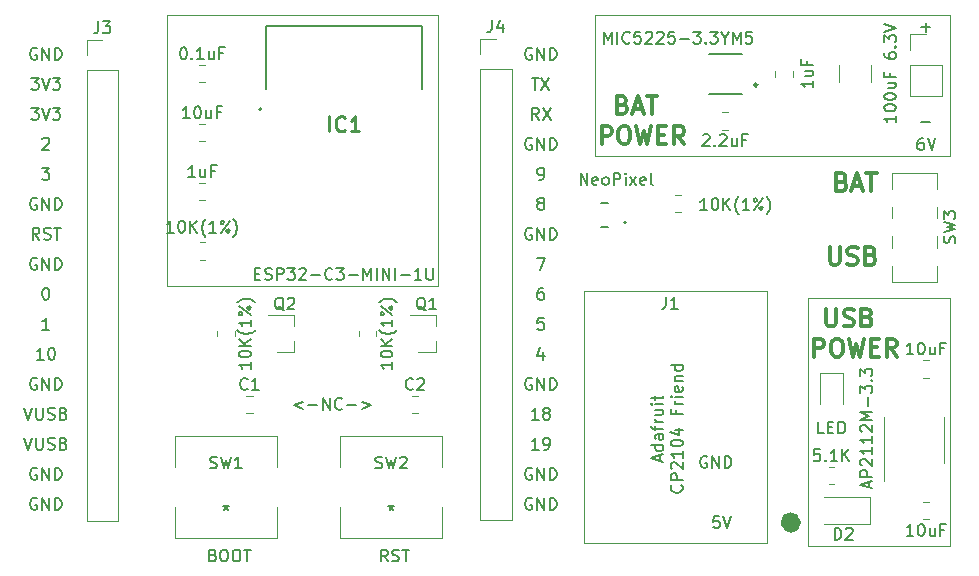
<source format=gbr>
G04 #@! TF.GenerationSoftware,KiCad,Pcbnew,(5.1.12-1-10_14)*
G04 #@! TF.CreationDate,2021-12-17T20:41:21-05:00*
G04 #@! TF.ProjectId,ClonedESP32DevBoard,436c6f6e-6564-4455-9350-333244657642,rev?*
G04 #@! TF.SameCoordinates,Original*
G04 #@! TF.FileFunction,Legend,Top*
G04 #@! TF.FilePolarity,Positive*
%FSLAX46Y46*%
G04 Gerber Fmt 4.6, Leading zero omitted, Abs format (unit mm)*
G04 Created by KiCad (PCBNEW (5.1.12-1-10_14)) date 2021-12-17 20:41:21*
%MOMM*%
%LPD*%
G01*
G04 APERTURE LIST*
%ADD10C,0.150000*%
%ADD11C,0.300000*%
%ADD12C,0.120000*%
%ADD13C,0.200000*%
%ADD14C,0.250000*%
%ADD15C,1.000000*%
%ADD16C,0.127000*%
%ADD17C,0.254000*%
G04 APERTURE END LIST*
D10*
X89305466Y-136401985D02*
X89305466Y-135925795D01*
X89591180Y-136497223D02*
X88591180Y-136163890D01*
X89591180Y-135830557D01*
X89591180Y-135068652D02*
X88591180Y-135068652D01*
X89543561Y-135068652D02*
X89591180Y-135163890D01*
X89591180Y-135354366D01*
X89543561Y-135449604D01*
X89495942Y-135497223D01*
X89400704Y-135544842D01*
X89114990Y-135544842D01*
X89019752Y-135497223D01*
X88972133Y-135449604D01*
X88924514Y-135354366D01*
X88924514Y-135163890D01*
X88972133Y-135068652D01*
X89591180Y-134163890D02*
X89067371Y-134163890D01*
X88972133Y-134211509D01*
X88924514Y-134306747D01*
X88924514Y-134497223D01*
X88972133Y-134592461D01*
X89543561Y-134163890D02*
X89591180Y-134259128D01*
X89591180Y-134497223D01*
X89543561Y-134592461D01*
X89448323Y-134640080D01*
X89353085Y-134640080D01*
X89257847Y-134592461D01*
X89210228Y-134497223D01*
X89210228Y-134259128D01*
X89162609Y-134163890D01*
X88924514Y-133830557D02*
X88924514Y-133449604D01*
X89591180Y-133687700D02*
X88734038Y-133687700D01*
X88638800Y-133640080D01*
X88591180Y-133544842D01*
X88591180Y-133449604D01*
X89591180Y-133116271D02*
X88924514Y-133116271D01*
X89114990Y-133116271D02*
X89019752Y-133068652D01*
X88972133Y-133021033D01*
X88924514Y-132925795D01*
X88924514Y-132830557D01*
X88924514Y-132068652D02*
X89591180Y-132068652D01*
X88924514Y-132497223D02*
X89448323Y-132497223D01*
X89543561Y-132449604D01*
X89591180Y-132354366D01*
X89591180Y-132211509D01*
X89543561Y-132116271D01*
X89495942Y-132068652D01*
X89591180Y-131592461D02*
X88924514Y-131592461D01*
X88591180Y-131592461D02*
X88638800Y-131640080D01*
X88686419Y-131592461D01*
X88638800Y-131544842D01*
X88591180Y-131592461D01*
X88686419Y-131592461D01*
X88924514Y-131259128D02*
X88924514Y-130878176D01*
X88591180Y-131116271D02*
X89448323Y-131116271D01*
X89543561Y-131068652D01*
X89591180Y-130973414D01*
X89591180Y-130878176D01*
X91145942Y-138473414D02*
X91193561Y-138521033D01*
X91241180Y-138663890D01*
X91241180Y-138759128D01*
X91193561Y-138901985D01*
X91098323Y-138997223D01*
X91003085Y-139044842D01*
X90812609Y-139092461D01*
X90669752Y-139092461D01*
X90479276Y-139044842D01*
X90384038Y-138997223D01*
X90288800Y-138901985D01*
X90241180Y-138759128D01*
X90241180Y-138663890D01*
X90288800Y-138521033D01*
X90336419Y-138473414D01*
X91241180Y-138044842D02*
X90241180Y-138044842D01*
X90241180Y-137663890D01*
X90288800Y-137568652D01*
X90336419Y-137521033D01*
X90431657Y-137473414D01*
X90574514Y-137473414D01*
X90669752Y-137521033D01*
X90717371Y-137568652D01*
X90764990Y-137663890D01*
X90764990Y-138044842D01*
X90336419Y-137092461D02*
X90288800Y-137044842D01*
X90241180Y-136949604D01*
X90241180Y-136711509D01*
X90288800Y-136616271D01*
X90336419Y-136568652D01*
X90431657Y-136521033D01*
X90526895Y-136521033D01*
X90669752Y-136568652D01*
X91241180Y-137140080D01*
X91241180Y-136521033D01*
X91241180Y-135568652D02*
X91241180Y-136140080D01*
X91241180Y-135854366D02*
X90241180Y-135854366D01*
X90384038Y-135949604D01*
X90479276Y-136044842D01*
X90526895Y-136140080D01*
X90241180Y-134949604D02*
X90241180Y-134854366D01*
X90288800Y-134759128D01*
X90336419Y-134711509D01*
X90431657Y-134663890D01*
X90622133Y-134616271D01*
X90860228Y-134616271D01*
X91050704Y-134663890D01*
X91145942Y-134711509D01*
X91193561Y-134759128D01*
X91241180Y-134854366D01*
X91241180Y-134949604D01*
X91193561Y-135044842D01*
X91145942Y-135092461D01*
X91050704Y-135140080D01*
X90860228Y-135187700D01*
X90622133Y-135187700D01*
X90431657Y-135140080D01*
X90336419Y-135092461D01*
X90288800Y-135044842D01*
X90241180Y-134949604D01*
X90574514Y-133759128D02*
X91241180Y-133759128D01*
X90193561Y-133997223D02*
X90907847Y-134235319D01*
X90907847Y-133616271D01*
X90717371Y-132140080D02*
X90717371Y-132473414D01*
X91241180Y-132473414D02*
X90241180Y-132473414D01*
X90241180Y-131997223D01*
X91241180Y-131616271D02*
X90574514Y-131616271D01*
X90764990Y-131616271D02*
X90669752Y-131568652D01*
X90622133Y-131521033D01*
X90574514Y-131425795D01*
X90574514Y-131330557D01*
X91241180Y-130997223D02*
X90574514Y-130997223D01*
X90241180Y-130997223D02*
X90288800Y-131044842D01*
X90336419Y-130997223D01*
X90288800Y-130949604D01*
X90241180Y-130997223D01*
X90336419Y-130997223D01*
X91193561Y-130140080D02*
X91241180Y-130235319D01*
X91241180Y-130425795D01*
X91193561Y-130521033D01*
X91098323Y-130568652D01*
X90717371Y-130568652D01*
X90622133Y-130521033D01*
X90574514Y-130425795D01*
X90574514Y-130235319D01*
X90622133Y-130140080D01*
X90717371Y-130092461D01*
X90812609Y-130092461D01*
X90907847Y-130568652D01*
X90574514Y-129663890D02*
X91241180Y-129663890D01*
X90669752Y-129663890D02*
X90622133Y-129616271D01*
X90574514Y-129521033D01*
X90574514Y-129378176D01*
X90622133Y-129282938D01*
X90717371Y-129235319D01*
X91241180Y-129235319D01*
X91241180Y-128330557D02*
X90241180Y-128330557D01*
X91193561Y-128330557D02*
X91241180Y-128425795D01*
X91241180Y-128616271D01*
X91193561Y-128711509D01*
X91145942Y-128759128D01*
X91050704Y-128806747D01*
X90764990Y-128806747D01*
X90669752Y-128759128D01*
X90622133Y-128711509D01*
X90574514Y-128616271D01*
X90574514Y-128425795D01*
X90622133Y-128330557D01*
D11*
X103700942Y-118306271D02*
X103700942Y-119520557D01*
X103772371Y-119663414D01*
X103843800Y-119734842D01*
X103986657Y-119806271D01*
X104272371Y-119806271D01*
X104415228Y-119734842D01*
X104486657Y-119663414D01*
X104558085Y-119520557D01*
X104558085Y-118306271D01*
X105200942Y-119734842D02*
X105415228Y-119806271D01*
X105772371Y-119806271D01*
X105915228Y-119734842D01*
X105986657Y-119663414D01*
X106058085Y-119520557D01*
X106058085Y-119377700D01*
X105986657Y-119234842D01*
X105915228Y-119163414D01*
X105772371Y-119091985D01*
X105486657Y-119020557D01*
X105343800Y-118949128D01*
X105272371Y-118877700D01*
X105200942Y-118734842D01*
X105200942Y-118591985D01*
X105272371Y-118449128D01*
X105343800Y-118377700D01*
X105486657Y-118306271D01*
X105843800Y-118306271D01*
X106058085Y-118377700D01*
X107200942Y-119020557D02*
X107415228Y-119091985D01*
X107486657Y-119163414D01*
X107558085Y-119306271D01*
X107558085Y-119520557D01*
X107486657Y-119663414D01*
X107415228Y-119734842D01*
X107272371Y-119806271D01*
X106700942Y-119806271D01*
X106700942Y-118306271D01*
X107200942Y-118306271D01*
X107343800Y-118377700D01*
X107415228Y-118449128D01*
X107486657Y-118591985D01*
X107486657Y-118734842D01*
X107415228Y-118877700D01*
X107343800Y-118949128D01*
X107200942Y-119020557D01*
X106700942Y-119020557D01*
X104736657Y-112770557D02*
X104950942Y-112841985D01*
X105022371Y-112913414D01*
X105093800Y-113056271D01*
X105093800Y-113270557D01*
X105022371Y-113413414D01*
X104950942Y-113484842D01*
X104808085Y-113556271D01*
X104236657Y-113556271D01*
X104236657Y-112056271D01*
X104736657Y-112056271D01*
X104879514Y-112127700D01*
X104950942Y-112199128D01*
X105022371Y-112341985D01*
X105022371Y-112484842D01*
X104950942Y-112627700D01*
X104879514Y-112699128D01*
X104736657Y-112770557D01*
X104236657Y-112770557D01*
X105665228Y-113127700D02*
X106379514Y-113127700D01*
X105522371Y-113556271D02*
X106022371Y-112056271D01*
X106522371Y-113556271D01*
X106808085Y-112056271D02*
X107665228Y-112056271D01*
X107236657Y-113556271D02*
X107236657Y-112056271D01*
D10*
X78481895Y-139587700D02*
X78386657Y-139540080D01*
X78243800Y-139540080D01*
X78100942Y-139587700D01*
X78005704Y-139682938D01*
X77958085Y-139778176D01*
X77910466Y-139968652D01*
X77910466Y-140111509D01*
X77958085Y-140301985D01*
X78005704Y-140397223D01*
X78100942Y-140492461D01*
X78243800Y-140540080D01*
X78339038Y-140540080D01*
X78481895Y-140492461D01*
X78529514Y-140444842D01*
X78529514Y-140111509D01*
X78339038Y-140111509D01*
X78958085Y-140540080D02*
X78958085Y-139540080D01*
X79529514Y-140540080D01*
X79529514Y-139540080D01*
X80005704Y-140540080D02*
X80005704Y-139540080D01*
X80243800Y-139540080D01*
X80386657Y-139587700D01*
X80481895Y-139682938D01*
X80529514Y-139778176D01*
X80577133Y-139968652D01*
X80577133Y-140111509D01*
X80529514Y-140301985D01*
X80481895Y-140397223D01*
X80386657Y-140492461D01*
X80243800Y-140540080D01*
X80005704Y-140540080D01*
X78481895Y-137047700D02*
X78386657Y-137000080D01*
X78243800Y-137000080D01*
X78100942Y-137047700D01*
X78005704Y-137142938D01*
X77958085Y-137238176D01*
X77910466Y-137428652D01*
X77910466Y-137571509D01*
X77958085Y-137761985D01*
X78005704Y-137857223D01*
X78100942Y-137952461D01*
X78243800Y-138000080D01*
X78339038Y-138000080D01*
X78481895Y-137952461D01*
X78529514Y-137904842D01*
X78529514Y-137571509D01*
X78339038Y-137571509D01*
X78958085Y-138000080D02*
X78958085Y-137000080D01*
X79529514Y-138000080D01*
X79529514Y-137000080D01*
X80005704Y-138000080D02*
X80005704Y-137000080D01*
X80243800Y-137000080D01*
X80386657Y-137047700D01*
X80481895Y-137142938D01*
X80529514Y-137238176D01*
X80577133Y-137428652D01*
X80577133Y-137571509D01*
X80529514Y-137761985D01*
X80481895Y-137857223D01*
X80386657Y-137952461D01*
X80243800Y-138000080D01*
X80005704Y-138000080D01*
X79053323Y-135460080D02*
X78481895Y-135460080D01*
X78767609Y-135460080D02*
X78767609Y-134460080D01*
X78672371Y-134602938D01*
X78577133Y-134698176D01*
X78481895Y-134745795D01*
X79529514Y-135460080D02*
X79719990Y-135460080D01*
X79815228Y-135412461D01*
X79862847Y-135364842D01*
X79958085Y-135221985D01*
X80005704Y-135031509D01*
X80005704Y-134650557D01*
X79958085Y-134555319D01*
X79910466Y-134507700D01*
X79815228Y-134460080D01*
X79624752Y-134460080D01*
X79529514Y-134507700D01*
X79481895Y-134555319D01*
X79434276Y-134650557D01*
X79434276Y-134888652D01*
X79481895Y-134983890D01*
X79529514Y-135031509D01*
X79624752Y-135079128D01*
X79815228Y-135079128D01*
X79910466Y-135031509D01*
X79958085Y-134983890D01*
X80005704Y-134888652D01*
X79053323Y-132920080D02*
X78481895Y-132920080D01*
X78767609Y-132920080D02*
X78767609Y-131920080D01*
X78672371Y-132062938D01*
X78577133Y-132158176D01*
X78481895Y-132205795D01*
X79624752Y-132348652D02*
X79529514Y-132301033D01*
X79481895Y-132253414D01*
X79434276Y-132158176D01*
X79434276Y-132110557D01*
X79481895Y-132015319D01*
X79529514Y-131967700D01*
X79624752Y-131920080D01*
X79815228Y-131920080D01*
X79910466Y-131967700D01*
X79958085Y-132015319D01*
X80005704Y-132110557D01*
X80005704Y-132158176D01*
X79958085Y-132253414D01*
X79910466Y-132301033D01*
X79815228Y-132348652D01*
X79624752Y-132348652D01*
X79529514Y-132396271D01*
X79481895Y-132443890D01*
X79434276Y-132539128D01*
X79434276Y-132729604D01*
X79481895Y-132824842D01*
X79529514Y-132872461D01*
X79624752Y-132920080D01*
X79815228Y-132920080D01*
X79910466Y-132872461D01*
X79958085Y-132824842D01*
X80005704Y-132729604D01*
X80005704Y-132539128D01*
X79958085Y-132443890D01*
X79910466Y-132396271D01*
X79815228Y-132348652D01*
X78481895Y-129427700D02*
X78386657Y-129380080D01*
X78243800Y-129380080D01*
X78100942Y-129427700D01*
X78005704Y-129522938D01*
X77958085Y-129618176D01*
X77910466Y-129808652D01*
X77910466Y-129951509D01*
X77958085Y-130141985D01*
X78005704Y-130237223D01*
X78100942Y-130332461D01*
X78243800Y-130380080D01*
X78339038Y-130380080D01*
X78481895Y-130332461D01*
X78529514Y-130284842D01*
X78529514Y-129951509D01*
X78339038Y-129951509D01*
X78958085Y-130380080D02*
X78958085Y-129380080D01*
X79529514Y-130380080D01*
X79529514Y-129380080D01*
X80005704Y-130380080D02*
X80005704Y-129380080D01*
X80243800Y-129380080D01*
X80386657Y-129427700D01*
X80481895Y-129522938D01*
X80529514Y-129618176D01*
X80577133Y-129808652D01*
X80577133Y-129951509D01*
X80529514Y-130141985D01*
X80481895Y-130237223D01*
X80386657Y-130332461D01*
X80243800Y-130380080D01*
X80005704Y-130380080D01*
X79434276Y-127173414D02*
X79434276Y-127840080D01*
X79196180Y-126792461D02*
X78958085Y-127506747D01*
X79577133Y-127506747D01*
X79481895Y-124300080D02*
X79005704Y-124300080D01*
X78958085Y-124776271D01*
X79005704Y-124728652D01*
X79100942Y-124681033D01*
X79339038Y-124681033D01*
X79434276Y-124728652D01*
X79481895Y-124776271D01*
X79529514Y-124871509D01*
X79529514Y-125109604D01*
X79481895Y-125204842D01*
X79434276Y-125252461D01*
X79339038Y-125300080D01*
X79100942Y-125300080D01*
X79005704Y-125252461D01*
X78958085Y-125204842D01*
X79434276Y-121760080D02*
X79243800Y-121760080D01*
X79148561Y-121807700D01*
X79100942Y-121855319D01*
X79005704Y-121998176D01*
X78958085Y-122188652D01*
X78958085Y-122569604D01*
X79005704Y-122664842D01*
X79053323Y-122712461D01*
X79148561Y-122760080D01*
X79339038Y-122760080D01*
X79434276Y-122712461D01*
X79481895Y-122664842D01*
X79529514Y-122569604D01*
X79529514Y-122331509D01*
X79481895Y-122236271D01*
X79434276Y-122188652D01*
X79339038Y-122141033D01*
X79148561Y-122141033D01*
X79053323Y-122188652D01*
X79005704Y-122236271D01*
X78958085Y-122331509D01*
X78910466Y-119220080D02*
X79577133Y-119220080D01*
X79148561Y-120220080D01*
X78481895Y-116727700D02*
X78386657Y-116680080D01*
X78243800Y-116680080D01*
X78100942Y-116727700D01*
X78005704Y-116822938D01*
X77958085Y-116918176D01*
X77910466Y-117108652D01*
X77910466Y-117251509D01*
X77958085Y-117441985D01*
X78005704Y-117537223D01*
X78100942Y-117632461D01*
X78243800Y-117680080D01*
X78339038Y-117680080D01*
X78481895Y-117632461D01*
X78529514Y-117584842D01*
X78529514Y-117251509D01*
X78339038Y-117251509D01*
X78958085Y-117680080D02*
X78958085Y-116680080D01*
X79529514Y-117680080D01*
X79529514Y-116680080D01*
X80005704Y-117680080D02*
X80005704Y-116680080D01*
X80243800Y-116680080D01*
X80386657Y-116727700D01*
X80481895Y-116822938D01*
X80529514Y-116918176D01*
X80577133Y-117108652D01*
X80577133Y-117251509D01*
X80529514Y-117441985D01*
X80481895Y-117537223D01*
X80386657Y-117632461D01*
X80243800Y-117680080D01*
X80005704Y-117680080D01*
X79148561Y-114568652D02*
X79053323Y-114521033D01*
X79005704Y-114473414D01*
X78958085Y-114378176D01*
X78958085Y-114330557D01*
X79005704Y-114235319D01*
X79053323Y-114187700D01*
X79148561Y-114140080D01*
X79339038Y-114140080D01*
X79434276Y-114187700D01*
X79481895Y-114235319D01*
X79529514Y-114330557D01*
X79529514Y-114378176D01*
X79481895Y-114473414D01*
X79434276Y-114521033D01*
X79339038Y-114568652D01*
X79148561Y-114568652D01*
X79053323Y-114616271D01*
X79005704Y-114663890D01*
X78958085Y-114759128D01*
X78958085Y-114949604D01*
X79005704Y-115044842D01*
X79053323Y-115092461D01*
X79148561Y-115140080D01*
X79339038Y-115140080D01*
X79434276Y-115092461D01*
X79481895Y-115044842D01*
X79529514Y-114949604D01*
X79529514Y-114759128D01*
X79481895Y-114663890D01*
X79434276Y-114616271D01*
X79339038Y-114568652D01*
X79053323Y-112600080D02*
X79243800Y-112600080D01*
X79339038Y-112552461D01*
X79386657Y-112504842D01*
X79481895Y-112361985D01*
X79529514Y-112171509D01*
X79529514Y-111790557D01*
X79481895Y-111695319D01*
X79434276Y-111647700D01*
X79339038Y-111600080D01*
X79148561Y-111600080D01*
X79053323Y-111647700D01*
X79005704Y-111695319D01*
X78958085Y-111790557D01*
X78958085Y-112028652D01*
X79005704Y-112123890D01*
X79053323Y-112171509D01*
X79148561Y-112219128D01*
X79339038Y-112219128D01*
X79434276Y-112171509D01*
X79481895Y-112123890D01*
X79529514Y-112028652D01*
X78481895Y-109107700D02*
X78386657Y-109060080D01*
X78243800Y-109060080D01*
X78100942Y-109107700D01*
X78005704Y-109202938D01*
X77958085Y-109298176D01*
X77910466Y-109488652D01*
X77910466Y-109631509D01*
X77958085Y-109821985D01*
X78005704Y-109917223D01*
X78100942Y-110012461D01*
X78243800Y-110060080D01*
X78339038Y-110060080D01*
X78481895Y-110012461D01*
X78529514Y-109964842D01*
X78529514Y-109631509D01*
X78339038Y-109631509D01*
X78958085Y-110060080D02*
X78958085Y-109060080D01*
X79529514Y-110060080D01*
X79529514Y-109060080D01*
X80005704Y-110060080D02*
X80005704Y-109060080D01*
X80243800Y-109060080D01*
X80386657Y-109107700D01*
X80481895Y-109202938D01*
X80529514Y-109298176D01*
X80577133Y-109488652D01*
X80577133Y-109631509D01*
X80529514Y-109821985D01*
X80481895Y-109917223D01*
X80386657Y-110012461D01*
X80243800Y-110060080D01*
X80005704Y-110060080D01*
X79077133Y-107520080D02*
X78743800Y-107043890D01*
X78505704Y-107520080D02*
X78505704Y-106520080D01*
X78886657Y-106520080D01*
X78981895Y-106567700D01*
X79029514Y-106615319D01*
X79077133Y-106710557D01*
X79077133Y-106853414D01*
X79029514Y-106948652D01*
X78981895Y-106996271D01*
X78886657Y-107043890D01*
X78505704Y-107043890D01*
X79410466Y-106520080D02*
X80077133Y-107520080D01*
X80077133Y-106520080D02*
X79410466Y-107520080D01*
X78481895Y-103980080D02*
X79053323Y-103980080D01*
X78767609Y-104980080D02*
X78767609Y-103980080D01*
X79291419Y-103980080D02*
X79958085Y-104980080D01*
X79958085Y-103980080D02*
X79291419Y-104980080D01*
X78481895Y-101487700D02*
X78386657Y-101440080D01*
X78243800Y-101440080D01*
X78100942Y-101487700D01*
X78005704Y-101582938D01*
X77958085Y-101678176D01*
X77910466Y-101868652D01*
X77910466Y-102011509D01*
X77958085Y-102201985D01*
X78005704Y-102297223D01*
X78100942Y-102392461D01*
X78243800Y-102440080D01*
X78339038Y-102440080D01*
X78481895Y-102392461D01*
X78529514Y-102344842D01*
X78529514Y-102011509D01*
X78339038Y-102011509D01*
X78958085Y-102440080D02*
X78958085Y-101440080D01*
X79529514Y-102440080D01*
X79529514Y-101440080D01*
X80005704Y-102440080D02*
X80005704Y-101440080D01*
X80243800Y-101440080D01*
X80386657Y-101487700D01*
X80481895Y-101582938D01*
X80529514Y-101678176D01*
X80577133Y-101868652D01*
X80577133Y-102011509D01*
X80529514Y-102201985D01*
X80481895Y-102297223D01*
X80386657Y-102392461D01*
X80243800Y-102440080D01*
X80005704Y-102440080D01*
X36571895Y-139587700D02*
X36476657Y-139540080D01*
X36333800Y-139540080D01*
X36190942Y-139587700D01*
X36095704Y-139682938D01*
X36048085Y-139778176D01*
X36000466Y-139968652D01*
X36000466Y-140111509D01*
X36048085Y-140301985D01*
X36095704Y-140397223D01*
X36190942Y-140492461D01*
X36333800Y-140540080D01*
X36429038Y-140540080D01*
X36571895Y-140492461D01*
X36619514Y-140444842D01*
X36619514Y-140111509D01*
X36429038Y-140111509D01*
X37048085Y-140540080D02*
X37048085Y-139540080D01*
X37619514Y-140540080D01*
X37619514Y-139540080D01*
X38095704Y-140540080D02*
X38095704Y-139540080D01*
X38333800Y-139540080D01*
X38476657Y-139587700D01*
X38571895Y-139682938D01*
X38619514Y-139778176D01*
X38667133Y-139968652D01*
X38667133Y-140111509D01*
X38619514Y-140301985D01*
X38571895Y-140397223D01*
X38476657Y-140492461D01*
X38333800Y-140540080D01*
X38095704Y-140540080D01*
X36571895Y-137047700D02*
X36476657Y-137000080D01*
X36333800Y-137000080D01*
X36190942Y-137047700D01*
X36095704Y-137142938D01*
X36048085Y-137238176D01*
X36000466Y-137428652D01*
X36000466Y-137571509D01*
X36048085Y-137761985D01*
X36095704Y-137857223D01*
X36190942Y-137952461D01*
X36333800Y-138000080D01*
X36429038Y-138000080D01*
X36571895Y-137952461D01*
X36619514Y-137904842D01*
X36619514Y-137571509D01*
X36429038Y-137571509D01*
X37048085Y-138000080D02*
X37048085Y-137000080D01*
X37619514Y-138000080D01*
X37619514Y-137000080D01*
X38095704Y-138000080D02*
X38095704Y-137000080D01*
X38333800Y-137000080D01*
X38476657Y-137047700D01*
X38571895Y-137142938D01*
X38619514Y-137238176D01*
X38667133Y-137428652D01*
X38667133Y-137571509D01*
X38619514Y-137761985D01*
X38571895Y-137857223D01*
X38476657Y-137952461D01*
X38333800Y-138000080D01*
X38095704Y-138000080D01*
X35500466Y-134460080D02*
X35833800Y-135460080D01*
X36167133Y-134460080D01*
X36500466Y-134460080D02*
X36500466Y-135269604D01*
X36548085Y-135364842D01*
X36595704Y-135412461D01*
X36690942Y-135460080D01*
X36881419Y-135460080D01*
X36976657Y-135412461D01*
X37024276Y-135364842D01*
X37071895Y-135269604D01*
X37071895Y-134460080D01*
X37500466Y-135412461D02*
X37643323Y-135460080D01*
X37881419Y-135460080D01*
X37976657Y-135412461D01*
X38024276Y-135364842D01*
X38071895Y-135269604D01*
X38071895Y-135174366D01*
X38024276Y-135079128D01*
X37976657Y-135031509D01*
X37881419Y-134983890D01*
X37690942Y-134936271D01*
X37595704Y-134888652D01*
X37548085Y-134841033D01*
X37500466Y-134745795D01*
X37500466Y-134650557D01*
X37548085Y-134555319D01*
X37595704Y-134507700D01*
X37690942Y-134460080D01*
X37929038Y-134460080D01*
X38071895Y-134507700D01*
X38833800Y-134936271D02*
X38976657Y-134983890D01*
X39024276Y-135031509D01*
X39071895Y-135126747D01*
X39071895Y-135269604D01*
X39024276Y-135364842D01*
X38976657Y-135412461D01*
X38881419Y-135460080D01*
X38500466Y-135460080D01*
X38500466Y-134460080D01*
X38833800Y-134460080D01*
X38929038Y-134507700D01*
X38976657Y-134555319D01*
X39024276Y-134650557D01*
X39024276Y-134745795D01*
X38976657Y-134841033D01*
X38929038Y-134888652D01*
X38833800Y-134936271D01*
X38500466Y-134936271D01*
X35500466Y-131920080D02*
X35833800Y-132920080D01*
X36167133Y-131920080D01*
X36500466Y-131920080D02*
X36500466Y-132729604D01*
X36548085Y-132824842D01*
X36595704Y-132872461D01*
X36690942Y-132920080D01*
X36881419Y-132920080D01*
X36976657Y-132872461D01*
X37024276Y-132824842D01*
X37071895Y-132729604D01*
X37071895Y-131920080D01*
X37500466Y-132872461D02*
X37643323Y-132920080D01*
X37881419Y-132920080D01*
X37976657Y-132872461D01*
X38024276Y-132824842D01*
X38071895Y-132729604D01*
X38071895Y-132634366D01*
X38024276Y-132539128D01*
X37976657Y-132491509D01*
X37881419Y-132443890D01*
X37690942Y-132396271D01*
X37595704Y-132348652D01*
X37548085Y-132301033D01*
X37500466Y-132205795D01*
X37500466Y-132110557D01*
X37548085Y-132015319D01*
X37595704Y-131967700D01*
X37690942Y-131920080D01*
X37929038Y-131920080D01*
X38071895Y-131967700D01*
X38833800Y-132396271D02*
X38976657Y-132443890D01*
X39024276Y-132491509D01*
X39071895Y-132586747D01*
X39071895Y-132729604D01*
X39024276Y-132824842D01*
X38976657Y-132872461D01*
X38881419Y-132920080D01*
X38500466Y-132920080D01*
X38500466Y-131920080D01*
X38833800Y-131920080D01*
X38929038Y-131967700D01*
X38976657Y-132015319D01*
X39024276Y-132110557D01*
X39024276Y-132205795D01*
X38976657Y-132301033D01*
X38929038Y-132348652D01*
X38833800Y-132396271D01*
X38500466Y-132396271D01*
X36571895Y-129427700D02*
X36476657Y-129380080D01*
X36333800Y-129380080D01*
X36190942Y-129427700D01*
X36095704Y-129522938D01*
X36048085Y-129618176D01*
X36000466Y-129808652D01*
X36000466Y-129951509D01*
X36048085Y-130141985D01*
X36095704Y-130237223D01*
X36190942Y-130332461D01*
X36333800Y-130380080D01*
X36429038Y-130380080D01*
X36571895Y-130332461D01*
X36619514Y-130284842D01*
X36619514Y-129951509D01*
X36429038Y-129951509D01*
X37048085Y-130380080D02*
X37048085Y-129380080D01*
X37619514Y-130380080D01*
X37619514Y-129380080D01*
X38095704Y-130380080D02*
X38095704Y-129380080D01*
X38333800Y-129380080D01*
X38476657Y-129427700D01*
X38571895Y-129522938D01*
X38619514Y-129618176D01*
X38667133Y-129808652D01*
X38667133Y-129951509D01*
X38619514Y-130141985D01*
X38571895Y-130237223D01*
X38476657Y-130332461D01*
X38333800Y-130380080D01*
X38095704Y-130380080D01*
X37143323Y-127840080D02*
X36571895Y-127840080D01*
X36857609Y-127840080D02*
X36857609Y-126840080D01*
X36762371Y-126982938D01*
X36667133Y-127078176D01*
X36571895Y-127125795D01*
X37762371Y-126840080D02*
X37857609Y-126840080D01*
X37952847Y-126887700D01*
X38000466Y-126935319D01*
X38048085Y-127030557D01*
X38095704Y-127221033D01*
X38095704Y-127459128D01*
X38048085Y-127649604D01*
X38000466Y-127744842D01*
X37952847Y-127792461D01*
X37857609Y-127840080D01*
X37762371Y-127840080D01*
X37667133Y-127792461D01*
X37619514Y-127744842D01*
X37571895Y-127649604D01*
X37524276Y-127459128D01*
X37524276Y-127221033D01*
X37571895Y-127030557D01*
X37619514Y-126935319D01*
X37667133Y-126887700D01*
X37762371Y-126840080D01*
X37619514Y-125300080D02*
X37048085Y-125300080D01*
X37333800Y-125300080D02*
X37333800Y-124300080D01*
X37238561Y-124442938D01*
X37143323Y-124538176D01*
X37048085Y-124585795D01*
X37286180Y-121760080D02*
X37381419Y-121760080D01*
X37476657Y-121807700D01*
X37524276Y-121855319D01*
X37571895Y-121950557D01*
X37619514Y-122141033D01*
X37619514Y-122379128D01*
X37571895Y-122569604D01*
X37524276Y-122664842D01*
X37476657Y-122712461D01*
X37381419Y-122760080D01*
X37286180Y-122760080D01*
X37190942Y-122712461D01*
X37143323Y-122664842D01*
X37095704Y-122569604D01*
X37048085Y-122379128D01*
X37048085Y-122141033D01*
X37095704Y-121950557D01*
X37143323Y-121855319D01*
X37190942Y-121807700D01*
X37286180Y-121760080D01*
X36571895Y-119267700D02*
X36476657Y-119220080D01*
X36333800Y-119220080D01*
X36190942Y-119267700D01*
X36095704Y-119362938D01*
X36048085Y-119458176D01*
X36000466Y-119648652D01*
X36000466Y-119791509D01*
X36048085Y-119981985D01*
X36095704Y-120077223D01*
X36190942Y-120172461D01*
X36333800Y-120220080D01*
X36429038Y-120220080D01*
X36571895Y-120172461D01*
X36619514Y-120124842D01*
X36619514Y-119791509D01*
X36429038Y-119791509D01*
X37048085Y-120220080D02*
X37048085Y-119220080D01*
X37619514Y-120220080D01*
X37619514Y-119220080D01*
X38095704Y-120220080D02*
X38095704Y-119220080D01*
X38333800Y-119220080D01*
X38476657Y-119267700D01*
X38571895Y-119362938D01*
X38619514Y-119458176D01*
X38667133Y-119648652D01*
X38667133Y-119791509D01*
X38619514Y-119981985D01*
X38571895Y-120077223D01*
X38476657Y-120172461D01*
X38333800Y-120220080D01*
X38095704Y-120220080D01*
X36786180Y-117680080D02*
X36452847Y-117203890D01*
X36214752Y-117680080D02*
X36214752Y-116680080D01*
X36595704Y-116680080D01*
X36690942Y-116727700D01*
X36738561Y-116775319D01*
X36786180Y-116870557D01*
X36786180Y-117013414D01*
X36738561Y-117108652D01*
X36690942Y-117156271D01*
X36595704Y-117203890D01*
X36214752Y-117203890D01*
X37167133Y-117632461D02*
X37309990Y-117680080D01*
X37548085Y-117680080D01*
X37643323Y-117632461D01*
X37690942Y-117584842D01*
X37738561Y-117489604D01*
X37738561Y-117394366D01*
X37690942Y-117299128D01*
X37643323Y-117251509D01*
X37548085Y-117203890D01*
X37357609Y-117156271D01*
X37262371Y-117108652D01*
X37214752Y-117061033D01*
X37167133Y-116965795D01*
X37167133Y-116870557D01*
X37214752Y-116775319D01*
X37262371Y-116727700D01*
X37357609Y-116680080D01*
X37595704Y-116680080D01*
X37738561Y-116727700D01*
X38024276Y-116680080D02*
X38595704Y-116680080D01*
X38309990Y-117680080D02*
X38309990Y-116680080D01*
X36571895Y-114187700D02*
X36476657Y-114140080D01*
X36333800Y-114140080D01*
X36190942Y-114187700D01*
X36095704Y-114282938D01*
X36048085Y-114378176D01*
X36000466Y-114568652D01*
X36000466Y-114711509D01*
X36048085Y-114901985D01*
X36095704Y-114997223D01*
X36190942Y-115092461D01*
X36333800Y-115140080D01*
X36429038Y-115140080D01*
X36571895Y-115092461D01*
X36619514Y-115044842D01*
X36619514Y-114711509D01*
X36429038Y-114711509D01*
X37048085Y-115140080D02*
X37048085Y-114140080D01*
X37619514Y-115140080D01*
X37619514Y-114140080D01*
X38095704Y-115140080D02*
X38095704Y-114140080D01*
X38333800Y-114140080D01*
X38476657Y-114187700D01*
X38571895Y-114282938D01*
X38619514Y-114378176D01*
X38667133Y-114568652D01*
X38667133Y-114711509D01*
X38619514Y-114901985D01*
X38571895Y-114997223D01*
X38476657Y-115092461D01*
X38333800Y-115140080D01*
X38095704Y-115140080D01*
X37000466Y-111600080D02*
X37619514Y-111600080D01*
X37286180Y-111981033D01*
X37429038Y-111981033D01*
X37524276Y-112028652D01*
X37571895Y-112076271D01*
X37619514Y-112171509D01*
X37619514Y-112409604D01*
X37571895Y-112504842D01*
X37524276Y-112552461D01*
X37429038Y-112600080D01*
X37143323Y-112600080D01*
X37048085Y-112552461D01*
X37000466Y-112504842D01*
X37048085Y-109155319D02*
X37095704Y-109107700D01*
X37190942Y-109060080D01*
X37429038Y-109060080D01*
X37524276Y-109107700D01*
X37571895Y-109155319D01*
X37619514Y-109250557D01*
X37619514Y-109345795D01*
X37571895Y-109488652D01*
X37000466Y-110060080D01*
X37619514Y-110060080D01*
X36095704Y-106520080D02*
X36714752Y-106520080D01*
X36381419Y-106901033D01*
X36524276Y-106901033D01*
X36619514Y-106948652D01*
X36667133Y-106996271D01*
X36714752Y-107091509D01*
X36714752Y-107329604D01*
X36667133Y-107424842D01*
X36619514Y-107472461D01*
X36524276Y-107520080D01*
X36238561Y-107520080D01*
X36143323Y-107472461D01*
X36095704Y-107424842D01*
X37000466Y-106520080D02*
X37333800Y-107520080D01*
X37667133Y-106520080D01*
X37905228Y-106520080D02*
X38524276Y-106520080D01*
X38190942Y-106901033D01*
X38333800Y-106901033D01*
X38429038Y-106948652D01*
X38476657Y-106996271D01*
X38524276Y-107091509D01*
X38524276Y-107329604D01*
X38476657Y-107424842D01*
X38429038Y-107472461D01*
X38333800Y-107520080D01*
X38048085Y-107520080D01*
X37952847Y-107472461D01*
X37905228Y-107424842D01*
X36095704Y-103980080D02*
X36714752Y-103980080D01*
X36381419Y-104361033D01*
X36524276Y-104361033D01*
X36619514Y-104408652D01*
X36667133Y-104456271D01*
X36714752Y-104551509D01*
X36714752Y-104789604D01*
X36667133Y-104884842D01*
X36619514Y-104932461D01*
X36524276Y-104980080D01*
X36238561Y-104980080D01*
X36143323Y-104932461D01*
X36095704Y-104884842D01*
X37000466Y-103980080D02*
X37333800Y-104980080D01*
X37667133Y-103980080D01*
X37905228Y-103980080D02*
X38524276Y-103980080D01*
X38190942Y-104361033D01*
X38333800Y-104361033D01*
X38429038Y-104408652D01*
X38476657Y-104456271D01*
X38524276Y-104551509D01*
X38524276Y-104789604D01*
X38476657Y-104884842D01*
X38429038Y-104932461D01*
X38333800Y-104980080D01*
X38048085Y-104980080D01*
X37952847Y-104932461D01*
X37905228Y-104884842D01*
X36571895Y-101487700D02*
X36476657Y-101440080D01*
X36333800Y-101440080D01*
X36190942Y-101487700D01*
X36095704Y-101582938D01*
X36048085Y-101678176D01*
X36000466Y-101868652D01*
X36000466Y-102011509D01*
X36048085Y-102201985D01*
X36095704Y-102297223D01*
X36190942Y-102392461D01*
X36333800Y-102440080D01*
X36429038Y-102440080D01*
X36571895Y-102392461D01*
X36619514Y-102344842D01*
X36619514Y-102011509D01*
X36429038Y-102011509D01*
X37048085Y-102440080D02*
X37048085Y-101440080D01*
X37619514Y-102440080D01*
X37619514Y-101440080D01*
X38095704Y-102440080D02*
X38095704Y-101440080D01*
X38333800Y-101440080D01*
X38476657Y-101487700D01*
X38571895Y-101582938D01*
X38619514Y-101678176D01*
X38667133Y-101868652D01*
X38667133Y-102011509D01*
X38619514Y-102201985D01*
X38571895Y-102297223D01*
X38476657Y-102392461D01*
X38333800Y-102440080D01*
X38095704Y-102440080D01*
X55026180Y-120556271D02*
X55359514Y-120556271D01*
X55502371Y-121080080D02*
X55026180Y-121080080D01*
X55026180Y-120080080D01*
X55502371Y-120080080D01*
X55883323Y-121032461D02*
X56026180Y-121080080D01*
X56264276Y-121080080D01*
X56359514Y-121032461D01*
X56407133Y-120984842D01*
X56454752Y-120889604D01*
X56454752Y-120794366D01*
X56407133Y-120699128D01*
X56359514Y-120651509D01*
X56264276Y-120603890D01*
X56073800Y-120556271D01*
X55978561Y-120508652D01*
X55930942Y-120461033D01*
X55883323Y-120365795D01*
X55883323Y-120270557D01*
X55930942Y-120175319D01*
X55978561Y-120127700D01*
X56073800Y-120080080D01*
X56311895Y-120080080D01*
X56454752Y-120127700D01*
X56883323Y-121080080D02*
X56883323Y-120080080D01*
X57264276Y-120080080D01*
X57359514Y-120127700D01*
X57407133Y-120175319D01*
X57454752Y-120270557D01*
X57454752Y-120413414D01*
X57407133Y-120508652D01*
X57359514Y-120556271D01*
X57264276Y-120603890D01*
X56883323Y-120603890D01*
X57788085Y-120080080D02*
X58407133Y-120080080D01*
X58073800Y-120461033D01*
X58216657Y-120461033D01*
X58311895Y-120508652D01*
X58359514Y-120556271D01*
X58407133Y-120651509D01*
X58407133Y-120889604D01*
X58359514Y-120984842D01*
X58311895Y-121032461D01*
X58216657Y-121080080D01*
X57930942Y-121080080D01*
X57835704Y-121032461D01*
X57788085Y-120984842D01*
X58788085Y-120175319D02*
X58835704Y-120127700D01*
X58930942Y-120080080D01*
X59169038Y-120080080D01*
X59264276Y-120127700D01*
X59311895Y-120175319D01*
X59359514Y-120270557D01*
X59359514Y-120365795D01*
X59311895Y-120508652D01*
X58740466Y-121080080D01*
X59359514Y-121080080D01*
X59788085Y-120699128D02*
X60549990Y-120699128D01*
X61597609Y-120984842D02*
X61549990Y-121032461D01*
X61407133Y-121080080D01*
X61311895Y-121080080D01*
X61169038Y-121032461D01*
X61073800Y-120937223D01*
X61026180Y-120841985D01*
X60978561Y-120651509D01*
X60978561Y-120508652D01*
X61026180Y-120318176D01*
X61073800Y-120222938D01*
X61169038Y-120127700D01*
X61311895Y-120080080D01*
X61407133Y-120080080D01*
X61549990Y-120127700D01*
X61597609Y-120175319D01*
X61930942Y-120080080D02*
X62549990Y-120080080D01*
X62216657Y-120461033D01*
X62359514Y-120461033D01*
X62454752Y-120508652D01*
X62502371Y-120556271D01*
X62549990Y-120651509D01*
X62549990Y-120889604D01*
X62502371Y-120984842D01*
X62454752Y-121032461D01*
X62359514Y-121080080D01*
X62073800Y-121080080D01*
X61978561Y-121032461D01*
X61930942Y-120984842D01*
X62978561Y-120699128D02*
X63740466Y-120699128D01*
X64216657Y-121080080D02*
X64216657Y-120080080D01*
X64549990Y-120794366D01*
X64883323Y-120080080D01*
X64883323Y-121080080D01*
X65359514Y-121080080D02*
X65359514Y-120080080D01*
X65835704Y-121080080D02*
X65835704Y-120080080D01*
X66407133Y-121080080D01*
X66407133Y-120080080D01*
X66883323Y-121080080D02*
X66883323Y-120080080D01*
X67359514Y-120699128D02*
X68121419Y-120699128D01*
X69121419Y-121080080D02*
X68549990Y-121080080D01*
X68835704Y-121080080D02*
X68835704Y-120080080D01*
X68740466Y-120222938D01*
X68645228Y-120318176D01*
X68549990Y-120365795D01*
X69549990Y-120080080D02*
X69549990Y-120889604D01*
X69597609Y-120984842D01*
X69645228Y-121032461D01*
X69740466Y-121080080D01*
X69930942Y-121080080D01*
X70026180Y-121032461D01*
X70073800Y-120984842D01*
X70121419Y-120889604D01*
X70121419Y-120080080D01*
D12*
X70573800Y-98627700D02*
X47573800Y-98627700D01*
X70573800Y-121627700D02*
X70573800Y-98627700D01*
X47573800Y-121627700D02*
X70573800Y-121627700D01*
X47573800Y-98627700D02*
X47573800Y-121627700D01*
D10*
X59073800Y-131413414D02*
X58311895Y-131699128D01*
X59073800Y-131984842D01*
X59549990Y-131699128D02*
X60311895Y-131699128D01*
X60788085Y-132080080D02*
X60788085Y-131080080D01*
X61359514Y-132080080D01*
X61359514Y-131080080D01*
X62407133Y-131984842D02*
X62359514Y-132032461D01*
X62216657Y-132080080D01*
X62121419Y-132080080D01*
X61978561Y-132032461D01*
X61883323Y-131937223D01*
X61835704Y-131841985D01*
X61788085Y-131651509D01*
X61788085Y-131508652D01*
X61835704Y-131318176D01*
X61883323Y-131222938D01*
X61978561Y-131127700D01*
X62121419Y-131080080D01*
X62216657Y-131080080D01*
X62359514Y-131127700D01*
X62407133Y-131175319D01*
X62835704Y-131699128D02*
X63597609Y-131699128D01*
X64073800Y-131413414D02*
X64835704Y-131699128D01*
X64073800Y-131984842D01*
D12*
X113843800Y-98627700D02*
X113843800Y-110627700D01*
X83843800Y-98627700D02*
X113843800Y-98627700D01*
X83843800Y-110627700D02*
X83843800Y-98627700D01*
D11*
X86165228Y-106245557D02*
X86379514Y-106316985D01*
X86450942Y-106388414D01*
X86522371Y-106531271D01*
X86522371Y-106745557D01*
X86450942Y-106888414D01*
X86379514Y-106959842D01*
X86236657Y-107031271D01*
X85665228Y-107031271D01*
X85665228Y-105531271D01*
X86165228Y-105531271D01*
X86308085Y-105602700D01*
X86379514Y-105674128D01*
X86450942Y-105816985D01*
X86450942Y-105959842D01*
X86379514Y-106102700D01*
X86308085Y-106174128D01*
X86165228Y-106245557D01*
X85665228Y-106245557D01*
X87093800Y-106602700D02*
X87808085Y-106602700D01*
X86950942Y-107031271D02*
X87450942Y-105531271D01*
X87950942Y-107031271D01*
X88236657Y-105531271D02*
X89093800Y-105531271D01*
X88665228Y-107031271D02*
X88665228Y-105531271D01*
X84379514Y-109581271D02*
X84379514Y-108081271D01*
X84950942Y-108081271D01*
X85093800Y-108152700D01*
X85165228Y-108224128D01*
X85236657Y-108366985D01*
X85236657Y-108581271D01*
X85165228Y-108724128D01*
X85093800Y-108795557D01*
X84950942Y-108866985D01*
X84379514Y-108866985D01*
X86165228Y-108081271D02*
X86450942Y-108081271D01*
X86593800Y-108152700D01*
X86736657Y-108295557D01*
X86808085Y-108581271D01*
X86808085Y-109081271D01*
X86736657Y-109366985D01*
X86593800Y-109509842D01*
X86450942Y-109581271D01*
X86165228Y-109581271D01*
X86022371Y-109509842D01*
X85879514Y-109366985D01*
X85808085Y-109081271D01*
X85808085Y-108581271D01*
X85879514Y-108295557D01*
X86022371Y-108152700D01*
X86165228Y-108081271D01*
X87308085Y-108081271D02*
X87665228Y-109581271D01*
X87950942Y-108509842D01*
X88236657Y-109581271D01*
X88593800Y-108081271D01*
X89165228Y-108795557D02*
X89665228Y-108795557D01*
X89879514Y-109581271D02*
X89165228Y-109581271D01*
X89165228Y-108081271D01*
X89879514Y-108081271D01*
X91379514Y-109581271D02*
X90879514Y-108866985D01*
X90522371Y-109581271D02*
X90522371Y-108081271D01*
X91093800Y-108081271D01*
X91236657Y-108152700D01*
X91308085Y-108224128D01*
X91379514Y-108366985D01*
X91379514Y-108581271D01*
X91308085Y-108724128D01*
X91236657Y-108795557D01*
X91093800Y-108866985D01*
X90522371Y-108866985D01*
D12*
X113843800Y-110627700D02*
X83843800Y-110627700D01*
D10*
X111605704Y-109080080D02*
X111415228Y-109080080D01*
X111319990Y-109127700D01*
X111272371Y-109175319D01*
X111177133Y-109318176D01*
X111129514Y-109508652D01*
X111129514Y-109889604D01*
X111177133Y-109984842D01*
X111224752Y-110032461D01*
X111319990Y-110080080D01*
X111510466Y-110080080D01*
X111605704Y-110032461D01*
X111653323Y-109984842D01*
X111700942Y-109889604D01*
X111700942Y-109651509D01*
X111653323Y-109556271D01*
X111605704Y-109508652D01*
X111510466Y-109461033D01*
X111319990Y-109461033D01*
X111224752Y-109508652D01*
X111177133Y-109556271D01*
X111129514Y-109651509D01*
X111986657Y-109080080D02*
X112319990Y-110080080D01*
X112653323Y-109080080D01*
X111462847Y-99699128D02*
X112224752Y-99699128D01*
X111843800Y-100080080D02*
X111843800Y-99318176D01*
X111462847Y-107699128D02*
X112224752Y-107699128D01*
D12*
X101843800Y-143627700D02*
X101843800Y-122627700D01*
X113843800Y-143627700D02*
X101843800Y-143627700D01*
X113843800Y-122627700D02*
X113843800Y-143627700D01*
X101843800Y-122627700D02*
X113843800Y-122627700D01*
D11*
X103379514Y-123531271D02*
X103379514Y-124745557D01*
X103450942Y-124888414D01*
X103522371Y-124959842D01*
X103665228Y-125031271D01*
X103950942Y-125031271D01*
X104093800Y-124959842D01*
X104165228Y-124888414D01*
X104236657Y-124745557D01*
X104236657Y-123531271D01*
X104879514Y-124959842D02*
X105093800Y-125031271D01*
X105450942Y-125031271D01*
X105593800Y-124959842D01*
X105665228Y-124888414D01*
X105736657Y-124745557D01*
X105736657Y-124602700D01*
X105665228Y-124459842D01*
X105593800Y-124388414D01*
X105450942Y-124316985D01*
X105165228Y-124245557D01*
X105022371Y-124174128D01*
X104950942Y-124102700D01*
X104879514Y-123959842D01*
X104879514Y-123816985D01*
X104950942Y-123674128D01*
X105022371Y-123602700D01*
X105165228Y-123531271D01*
X105522371Y-123531271D01*
X105736657Y-123602700D01*
X106879514Y-124245557D02*
X107093800Y-124316985D01*
X107165228Y-124388414D01*
X107236657Y-124531271D01*
X107236657Y-124745557D01*
X107165228Y-124888414D01*
X107093800Y-124959842D01*
X106950942Y-125031271D01*
X106379514Y-125031271D01*
X106379514Y-123531271D01*
X106879514Y-123531271D01*
X107022371Y-123602700D01*
X107093800Y-123674128D01*
X107165228Y-123816985D01*
X107165228Y-123959842D01*
X107093800Y-124102700D01*
X107022371Y-124174128D01*
X106879514Y-124245557D01*
X106379514Y-124245557D01*
X102379514Y-127581271D02*
X102379514Y-126081271D01*
X102950942Y-126081271D01*
X103093800Y-126152700D01*
X103165228Y-126224128D01*
X103236657Y-126366985D01*
X103236657Y-126581271D01*
X103165228Y-126724128D01*
X103093800Y-126795557D01*
X102950942Y-126866985D01*
X102379514Y-126866985D01*
X104165228Y-126081271D02*
X104450942Y-126081271D01*
X104593800Y-126152700D01*
X104736657Y-126295557D01*
X104808085Y-126581271D01*
X104808085Y-127081271D01*
X104736657Y-127366985D01*
X104593800Y-127509842D01*
X104450942Y-127581271D01*
X104165228Y-127581271D01*
X104022371Y-127509842D01*
X103879514Y-127366985D01*
X103808085Y-127081271D01*
X103808085Y-126581271D01*
X103879514Y-126295557D01*
X104022371Y-126152700D01*
X104165228Y-126081271D01*
X105308085Y-126081271D02*
X105665228Y-127581271D01*
X105950942Y-126509842D01*
X106236657Y-127581271D01*
X106593800Y-126081271D01*
X107165228Y-126795557D02*
X107665228Y-126795557D01*
X107879514Y-127581271D02*
X107165228Y-127581271D01*
X107165228Y-126081271D01*
X107879514Y-126081271D01*
X109379514Y-127581271D02*
X108879514Y-126866985D01*
X108522371Y-127581271D02*
X108522371Y-126081271D01*
X109093800Y-126081271D01*
X109236657Y-126152700D01*
X109308085Y-126224128D01*
X109379514Y-126366985D01*
X109379514Y-126581271D01*
X109308085Y-126724128D01*
X109236657Y-126795557D01*
X109093800Y-126866985D01*
X108522371Y-126866985D01*
D12*
G04 #@! TO.C,BT1*
X110513800Y-105497700D02*
X113173800Y-105497700D01*
X110513800Y-102897700D02*
X110513800Y-105497700D01*
X113173800Y-102897700D02*
X113173800Y-105497700D01*
X110513800Y-102897700D02*
X113173800Y-102897700D01*
X110513800Y-101627700D02*
X110513800Y-100297700D01*
X110513800Y-100297700D02*
X111843800Y-100297700D01*
G04 #@! TO.C,J4*
X74103800Y-141417700D02*
X76763800Y-141417700D01*
X74103800Y-103257700D02*
X74103800Y-141417700D01*
X76763800Y-103257700D02*
X76763800Y-141417700D01*
X74103800Y-103257700D02*
X76763800Y-103257700D01*
X74103800Y-101987700D02*
X74103800Y-100657700D01*
X74103800Y-100657700D02*
X75433800Y-100657700D01*
G04 #@! TO.C,J3*
X40783800Y-141497700D02*
X43443800Y-141497700D01*
X40783800Y-103337700D02*
X40783800Y-141497700D01*
X43443800Y-103337700D02*
X43443800Y-141497700D01*
X40783800Y-103337700D02*
X43443800Y-103337700D01*
X40783800Y-102067700D02*
X40783800Y-100737700D01*
X40783800Y-100737700D02*
X42113800Y-100737700D01*
G04 #@! TO.C,R4*
X50346736Y-117892700D02*
X50800864Y-117892700D01*
X50346736Y-119362700D02*
X50800864Y-119362700D01*
D13*
G04 #@! TO.C,IC1*
X55573800Y-106627700D02*
G75*
G02*
X55373800Y-106627700I-100000J0D01*
G01*
X55373800Y-106627700D02*
G75*
G02*
X55573800Y-106627700I100000J0D01*
G01*
X55973800Y-104927700D02*
X55973800Y-99627700D01*
X55973800Y-99627700D02*
X69173800Y-99627700D01*
X69173800Y-99627700D02*
X69173800Y-104927700D01*
X55573800Y-106627700D02*
X55573800Y-106627700D01*
X55373800Y-106627700D02*
X55373800Y-106627700D01*
D12*
G04 #@! TO.C,C10*
X50835052Y-114362700D02*
X50312548Y-114362700D01*
X50835052Y-112892700D02*
X50312548Y-112892700D01*
G04 #@! TO.C,C9*
X50835052Y-104362700D02*
X50312548Y-104362700D01*
X50835052Y-102892700D02*
X50312548Y-102892700D01*
G04 #@! TO.C,C8*
X50835052Y-109362700D02*
X50312548Y-109362700D01*
X50835052Y-107892700D02*
X50312548Y-107892700D01*
D14*
G04 #@! TO.C,U2*
X97571900Y-104577700D02*
G75*
G03*
X97571900Y-104577700I-125000J0D01*
G01*
D10*
X96243800Y-105327700D02*
X93443800Y-105327700D01*
X96243800Y-101927700D02*
X93443800Y-101927700D01*
D12*
G04 #@! TO.C,U1*
X108283800Y-134627700D02*
X108283800Y-138077700D01*
X108283800Y-134627700D02*
X108283800Y-132677700D01*
X113403800Y-134627700D02*
X113403800Y-136577700D01*
X113403800Y-134627700D02*
X113403800Y-132677700D01*
G04 #@! TO.C,SW3*
X108933800Y-118367700D02*
X108933800Y-117387700D01*
X108933800Y-115867700D02*
X108933800Y-114887700D01*
X112753800Y-118367700D02*
X112753800Y-117387700D01*
X108933800Y-121237700D02*
X108933800Y-119887700D01*
X112753800Y-121237700D02*
X112753800Y-119887700D01*
X112753800Y-115867700D02*
X112753800Y-114887700D01*
X108933800Y-112017700D02*
X108933800Y-113367700D01*
X112753800Y-112017700D02*
X108933800Y-112017700D01*
X112753800Y-113367700D02*
X112753800Y-112017700D01*
X112753800Y-121237700D02*
X108933800Y-121237700D01*
G04 #@! TO.C,SW2*
X70904500Y-136948760D02*
X70904500Y-134297000D01*
X62243100Y-140306640D02*
X62243100Y-142958400D01*
X62243100Y-134297000D02*
X62243100Y-136948760D01*
X70904500Y-134297000D02*
X62243100Y-134297000D01*
X70904500Y-142958400D02*
X70904500Y-140306640D01*
X62243100Y-142958400D02*
X70904500Y-142958400D01*
G04 #@! TO.C,SW1*
X56904500Y-136948760D02*
X56904500Y-134297000D01*
X48243100Y-140306640D02*
X48243100Y-142958400D01*
X48243100Y-134297000D02*
X48243100Y-136948760D01*
X56904500Y-134297000D02*
X48243100Y-134297000D01*
X56904500Y-142958400D02*
X56904500Y-140306640D01*
X48243100Y-142958400D02*
X56904500Y-142958400D01*
G04 #@! TO.C,R6*
X91070864Y-113892700D02*
X90616736Y-113892700D01*
X91070864Y-115362700D02*
X90616736Y-115362700D01*
G04 #@! TO.C,R3*
X104070864Y-136892700D02*
X103616736Y-136892700D01*
X104070864Y-138362700D02*
X103616736Y-138362700D01*
G04 #@! TO.C,R2*
X53308800Y-125854764D02*
X53308800Y-125400636D01*
X51838800Y-125854764D02*
X51838800Y-125400636D01*
G04 #@! TO.C,R1*
X65308800Y-125854764D02*
X65308800Y-125400636D01*
X63838800Y-125854764D02*
X63838800Y-125400636D01*
G04 #@! TO.C,Q2*
X58333800Y-127207700D02*
X56873800Y-127207700D01*
X58333800Y-124047700D02*
X56173800Y-124047700D01*
X58333800Y-124047700D02*
X58333800Y-124977700D01*
X58333800Y-127207700D02*
X58333800Y-126277700D01*
G04 #@! TO.C,Q1*
X70333800Y-127207700D02*
X68873800Y-127207700D01*
X70333800Y-124047700D02*
X68173800Y-124047700D01*
X70333800Y-124047700D02*
X70333800Y-124977700D01*
X70333800Y-127207700D02*
X70333800Y-126277700D01*
D15*
G04 #@! TO.C,J1*
X100759010Y-141627700D02*
G75*
G03*
X100759010Y-141627700I-359210J0D01*
G01*
D12*
X98367800Y-122069700D02*
X82873800Y-122069700D01*
X98367800Y-143405700D02*
X98367800Y-122069700D01*
X82873800Y-143405700D02*
X98367800Y-143405700D01*
X82873800Y-143405700D02*
X82873800Y-122069700D01*
G04 #@! TO.C,D3*
X102883800Y-128942700D02*
X102883800Y-131627700D01*
X104803800Y-128942700D02*
X102883800Y-128942700D01*
X104803800Y-131627700D02*
X104803800Y-128942700D01*
G04 #@! TO.C,D2*
X107128800Y-139492700D02*
X103243800Y-139492700D01*
X107128800Y-141762700D02*
X107128800Y-139492700D01*
X103243800Y-141762700D02*
X107128800Y-141762700D01*
D13*
G04 #@! TO.C,D1*
X86476756Y-116227700D02*
G75*
G03*
X86476756Y-116227700I-102956J0D01*
G01*
D16*
X84903800Y-114597700D02*
X84303800Y-114597700D01*
X84903800Y-116597700D02*
X84303800Y-116597700D01*
D12*
G04 #@! TO.C,C7*
X104483800Y-102916448D02*
X104483800Y-104338952D01*
X107203800Y-102916448D02*
X107203800Y-104338952D01*
G04 #@! TO.C,C6*
X94582548Y-108362700D02*
X95105052Y-108362700D01*
X94582548Y-106892700D02*
X95105052Y-106892700D01*
G04 #@! TO.C,C5*
X99108800Y-103366448D02*
X99108800Y-103888952D01*
X100578800Y-103366448D02*
X100578800Y-103888952D01*
G04 #@! TO.C,C4*
X112105052Y-127892700D02*
X111582548Y-127892700D01*
X112105052Y-129362700D02*
X111582548Y-129362700D01*
G04 #@! TO.C,C3*
X111582548Y-141362700D02*
X112105052Y-141362700D01*
X111582548Y-139892700D02*
X112105052Y-139892700D01*
G04 #@! TO.C,C2*
X68312548Y-132362700D02*
X68835052Y-132362700D01*
X68312548Y-130892700D02*
X68835052Y-130892700D01*
G04 #@! TO.C,C1*
X54312548Y-132362700D02*
X54835052Y-132362700D01*
X54312548Y-130892700D02*
X54835052Y-130892700D01*
G04 #@! TO.C,J4*
D10*
X75100466Y-99110080D02*
X75100466Y-99824366D01*
X75052847Y-99967223D01*
X74957609Y-100062461D01*
X74814752Y-100110080D01*
X74719514Y-100110080D01*
X76005228Y-99443414D02*
X76005228Y-100110080D01*
X75767133Y-99062461D02*
X75529038Y-99776747D01*
X76148085Y-99776747D01*
G04 #@! TO.C,J3*
X41780466Y-99190080D02*
X41780466Y-99904366D01*
X41732847Y-100047223D01*
X41637609Y-100142461D01*
X41494752Y-100190080D01*
X41399514Y-100190080D01*
X42161419Y-99190080D02*
X42780466Y-99190080D01*
X42447133Y-99571033D01*
X42589990Y-99571033D01*
X42685228Y-99618652D01*
X42732847Y-99666271D01*
X42780466Y-99761509D01*
X42780466Y-99999604D01*
X42732847Y-100094842D01*
X42685228Y-100142461D01*
X42589990Y-100190080D01*
X42304276Y-100190080D01*
X42209038Y-100142461D01*
X42161419Y-100094842D01*
G04 #@! TO.C,R4*
X48169038Y-117080080D02*
X47597609Y-117080080D01*
X47883323Y-117080080D02*
X47883323Y-116080080D01*
X47788085Y-116222938D01*
X47692847Y-116318176D01*
X47597609Y-116365795D01*
X48788085Y-116080080D02*
X48883323Y-116080080D01*
X48978561Y-116127700D01*
X49026180Y-116175319D01*
X49073800Y-116270557D01*
X49121419Y-116461033D01*
X49121419Y-116699128D01*
X49073800Y-116889604D01*
X49026180Y-116984842D01*
X48978561Y-117032461D01*
X48883323Y-117080080D01*
X48788085Y-117080080D01*
X48692847Y-117032461D01*
X48645228Y-116984842D01*
X48597609Y-116889604D01*
X48549990Y-116699128D01*
X48549990Y-116461033D01*
X48597609Y-116270557D01*
X48645228Y-116175319D01*
X48692847Y-116127700D01*
X48788085Y-116080080D01*
X49549990Y-117080080D02*
X49549990Y-116080080D01*
X50121419Y-117080080D02*
X49692847Y-116508652D01*
X50121419Y-116080080D02*
X49549990Y-116651509D01*
X50835704Y-117461033D02*
X50788085Y-117413414D01*
X50692847Y-117270557D01*
X50645228Y-117175319D01*
X50597609Y-117032461D01*
X50549990Y-116794366D01*
X50549990Y-116603890D01*
X50597609Y-116365795D01*
X50645228Y-116222938D01*
X50692847Y-116127700D01*
X50788085Y-115984842D01*
X50835704Y-115937223D01*
X51740466Y-117080080D02*
X51169038Y-117080080D01*
X51454752Y-117080080D02*
X51454752Y-116080080D01*
X51359514Y-116222938D01*
X51264276Y-116318176D01*
X51169038Y-116365795D01*
X52121419Y-117080080D02*
X52883323Y-116080080D01*
X52264276Y-116080080D02*
X52359514Y-116127700D01*
X52407133Y-116222938D01*
X52359514Y-116318176D01*
X52264276Y-116365795D01*
X52169038Y-116318176D01*
X52121419Y-116222938D01*
X52169038Y-116127700D01*
X52264276Y-116080080D01*
X52835704Y-117032461D02*
X52883323Y-116937223D01*
X52835704Y-116841985D01*
X52740466Y-116794366D01*
X52645228Y-116841985D01*
X52597609Y-116937223D01*
X52645228Y-117032461D01*
X52740466Y-117080080D01*
X52835704Y-117032461D01*
X53216657Y-117461033D02*
X53264276Y-117413414D01*
X53359514Y-117270557D01*
X53407133Y-117175319D01*
X53454752Y-117032461D01*
X53502371Y-116794366D01*
X53502371Y-116603890D01*
X53454752Y-116365795D01*
X53407133Y-116222938D01*
X53359514Y-116127700D01*
X53264276Y-115984842D01*
X53216657Y-115937223D01*
G04 #@! TO.C,IC1*
D17*
X61334038Y-108502223D02*
X61334038Y-107232223D01*
X62664514Y-108381271D02*
X62604038Y-108441747D01*
X62422609Y-108502223D01*
X62301657Y-108502223D01*
X62120228Y-108441747D01*
X61999276Y-108320795D01*
X61938800Y-108199842D01*
X61878323Y-107957938D01*
X61878323Y-107776509D01*
X61938800Y-107534604D01*
X61999276Y-107413652D01*
X62120228Y-107292700D01*
X62301657Y-107232223D01*
X62422609Y-107232223D01*
X62604038Y-107292700D01*
X62664514Y-107353176D01*
X63874038Y-108502223D02*
X63148323Y-108502223D01*
X63511180Y-108502223D02*
X63511180Y-107232223D01*
X63390228Y-107413652D01*
X63269276Y-107534604D01*
X63148323Y-107595080D01*
G04 #@! TO.C,C10*
D10*
X49978561Y-112400080D02*
X49407133Y-112400080D01*
X49692847Y-112400080D02*
X49692847Y-111400080D01*
X49597609Y-111542938D01*
X49502371Y-111638176D01*
X49407133Y-111685795D01*
X50835704Y-111733414D02*
X50835704Y-112400080D01*
X50407133Y-111733414D02*
X50407133Y-112257223D01*
X50454752Y-112352461D01*
X50549990Y-112400080D01*
X50692847Y-112400080D01*
X50788085Y-112352461D01*
X50835704Y-112304842D01*
X51645228Y-111876271D02*
X51311895Y-111876271D01*
X51311895Y-112400080D02*
X51311895Y-111400080D01*
X51788085Y-111400080D01*
G04 #@! TO.C,C9*
X48930942Y-101400080D02*
X49026180Y-101400080D01*
X49121419Y-101447700D01*
X49169038Y-101495319D01*
X49216657Y-101590557D01*
X49264276Y-101781033D01*
X49264276Y-102019128D01*
X49216657Y-102209604D01*
X49169038Y-102304842D01*
X49121419Y-102352461D01*
X49026180Y-102400080D01*
X48930942Y-102400080D01*
X48835704Y-102352461D01*
X48788085Y-102304842D01*
X48740466Y-102209604D01*
X48692847Y-102019128D01*
X48692847Y-101781033D01*
X48740466Y-101590557D01*
X48788085Y-101495319D01*
X48835704Y-101447700D01*
X48930942Y-101400080D01*
X49692847Y-102304842D02*
X49740466Y-102352461D01*
X49692847Y-102400080D01*
X49645228Y-102352461D01*
X49692847Y-102304842D01*
X49692847Y-102400080D01*
X50692847Y-102400080D02*
X50121419Y-102400080D01*
X50407133Y-102400080D02*
X50407133Y-101400080D01*
X50311895Y-101542938D01*
X50216657Y-101638176D01*
X50121419Y-101685795D01*
X51549990Y-101733414D02*
X51549990Y-102400080D01*
X51121419Y-101733414D02*
X51121419Y-102257223D01*
X51169038Y-102352461D01*
X51264276Y-102400080D01*
X51407133Y-102400080D01*
X51502371Y-102352461D01*
X51549990Y-102304842D01*
X52359514Y-101876271D02*
X52026180Y-101876271D01*
X52026180Y-102400080D02*
X52026180Y-101400080D01*
X52502371Y-101400080D01*
G04 #@! TO.C,C8*
X49502371Y-107400080D02*
X48930942Y-107400080D01*
X49216657Y-107400080D02*
X49216657Y-106400080D01*
X49121419Y-106542938D01*
X49026180Y-106638176D01*
X48930942Y-106685795D01*
X50121419Y-106400080D02*
X50216657Y-106400080D01*
X50311895Y-106447700D01*
X50359514Y-106495319D01*
X50407133Y-106590557D01*
X50454752Y-106781033D01*
X50454752Y-107019128D01*
X50407133Y-107209604D01*
X50359514Y-107304842D01*
X50311895Y-107352461D01*
X50216657Y-107400080D01*
X50121419Y-107400080D01*
X50026180Y-107352461D01*
X49978561Y-107304842D01*
X49930942Y-107209604D01*
X49883323Y-107019128D01*
X49883323Y-106781033D01*
X49930942Y-106590557D01*
X49978561Y-106495319D01*
X50026180Y-106447700D01*
X50121419Y-106400080D01*
X51311895Y-106733414D02*
X51311895Y-107400080D01*
X50883323Y-106733414D02*
X50883323Y-107257223D01*
X50930942Y-107352461D01*
X51026180Y-107400080D01*
X51169038Y-107400080D01*
X51264276Y-107352461D01*
X51311895Y-107304842D01*
X52121419Y-106876271D02*
X51788085Y-106876271D01*
X51788085Y-107400080D02*
X51788085Y-106400080D01*
X52264276Y-106400080D01*
G04 #@! TO.C,U2*
X84581895Y-101080080D02*
X84581895Y-100080080D01*
X84915228Y-100794366D01*
X85248561Y-100080080D01*
X85248561Y-101080080D01*
X85724752Y-101080080D02*
X85724752Y-100080080D01*
X86772371Y-100984842D02*
X86724752Y-101032461D01*
X86581895Y-101080080D01*
X86486657Y-101080080D01*
X86343800Y-101032461D01*
X86248561Y-100937223D01*
X86200942Y-100841985D01*
X86153323Y-100651509D01*
X86153323Y-100508652D01*
X86200942Y-100318176D01*
X86248561Y-100222938D01*
X86343800Y-100127700D01*
X86486657Y-100080080D01*
X86581895Y-100080080D01*
X86724752Y-100127700D01*
X86772371Y-100175319D01*
X87677133Y-100080080D02*
X87200942Y-100080080D01*
X87153323Y-100556271D01*
X87200942Y-100508652D01*
X87296180Y-100461033D01*
X87534276Y-100461033D01*
X87629514Y-100508652D01*
X87677133Y-100556271D01*
X87724752Y-100651509D01*
X87724752Y-100889604D01*
X87677133Y-100984842D01*
X87629514Y-101032461D01*
X87534276Y-101080080D01*
X87296180Y-101080080D01*
X87200942Y-101032461D01*
X87153323Y-100984842D01*
X88105704Y-100175319D02*
X88153323Y-100127700D01*
X88248561Y-100080080D01*
X88486657Y-100080080D01*
X88581895Y-100127700D01*
X88629514Y-100175319D01*
X88677133Y-100270557D01*
X88677133Y-100365795D01*
X88629514Y-100508652D01*
X88058085Y-101080080D01*
X88677133Y-101080080D01*
X89058085Y-100175319D02*
X89105704Y-100127700D01*
X89200942Y-100080080D01*
X89439038Y-100080080D01*
X89534276Y-100127700D01*
X89581895Y-100175319D01*
X89629514Y-100270557D01*
X89629514Y-100365795D01*
X89581895Y-100508652D01*
X89010466Y-101080080D01*
X89629514Y-101080080D01*
X90534276Y-100080080D02*
X90058085Y-100080080D01*
X90010466Y-100556271D01*
X90058085Y-100508652D01*
X90153323Y-100461033D01*
X90391419Y-100461033D01*
X90486657Y-100508652D01*
X90534276Y-100556271D01*
X90581895Y-100651509D01*
X90581895Y-100889604D01*
X90534276Y-100984842D01*
X90486657Y-101032461D01*
X90391419Y-101080080D01*
X90153323Y-101080080D01*
X90058085Y-101032461D01*
X90010466Y-100984842D01*
X91010466Y-100699128D02*
X91772371Y-100699128D01*
X92153323Y-100080080D02*
X92772371Y-100080080D01*
X92439038Y-100461033D01*
X92581895Y-100461033D01*
X92677133Y-100508652D01*
X92724752Y-100556271D01*
X92772371Y-100651509D01*
X92772371Y-100889604D01*
X92724752Y-100984842D01*
X92677133Y-101032461D01*
X92581895Y-101080080D01*
X92296180Y-101080080D01*
X92200942Y-101032461D01*
X92153323Y-100984842D01*
X93200942Y-100984842D02*
X93248561Y-101032461D01*
X93200942Y-101080080D01*
X93153323Y-101032461D01*
X93200942Y-100984842D01*
X93200942Y-101080080D01*
X93581895Y-100080080D02*
X94200942Y-100080080D01*
X93867609Y-100461033D01*
X94010466Y-100461033D01*
X94105704Y-100508652D01*
X94153323Y-100556271D01*
X94200942Y-100651509D01*
X94200942Y-100889604D01*
X94153323Y-100984842D01*
X94105704Y-101032461D01*
X94010466Y-101080080D01*
X93724752Y-101080080D01*
X93629514Y-101032461D01*
X93581895Y-100984842D01*
X94819990Y-100603890D02*
X94819990Y-101080080D01*
X94486657Y-100080080D02*
X94819990Y-100603890D01*
X95153323Y-100080080D01*
X95486657Y-101080080D02*
X95486657Y-100080080D01*
X95819990Y-100794366D01*
X96153323Y-100080080D01*
X96153323Y-101080080D01*
X97105704Y-100080080D02*
X96629514Y-100080080D01*
X96581895Y-100556271D01*
X96629514Y-100508652D01*
X96724752Y-100461033D01*
X96962847Y-100461033D01*
X97058085Y-100508652D01*
X97105704Y-100556271D01*
X97153323Y-100651509D01*
X97153323Y-100889604D01*
X97105704Y-100984842D01*
X97058085Y-101032461D01*
X96962847Y-101080080D01*
X96724752Y-101080080D01*
X96629514Y-101032461D01*
X96581895Y-100984842D01*
G04 #@! TO.C,U1*
X107010466Y-138651509D02*
X107010466Y-138175319D01*
X107296180Y-138746747D02*
X106296180Y-138413414D01*
X107296180Y-138080080D01*
X107296180Y-137746747D02*
X106296180Y-137746747D01*
X106296180Y-137365795D01*
X106343800Y-137270557D01*
X106391419Y-137222938D01*
X106486657Y-137175319D01*
X106629514Y-137175319D01*
X106724752Y-137222938D01*
X106772371Y-137270557D01*
X106819990Y-137365795D01*
X106819990Y-137746747D01*
X106391419Y-136794366D02*
X106343800Y-136746747D01*
X106296180Y-136651509D01*
X106296180Y-136413414D01*
X106343800Y-136318176D01*
X106391419Y-136270557D01*
X106486657Y-136222938D01*
X106581895Y-136222938D01*
X106724752Y-136270557D01*
X107296180Y-136841985D01*
X107296180Y-136222938D01*
X107296180Y-135270557D02*
X107296180Y-135841985D01*
X107296180Y-135556271D02*
X106296180Y-135556271D01*
X106439038Y-135651509D01*
X106534276Y-135746747D01*
X106581895Y-135841985D01*
X107296180Y-134318176D02*
X107296180Y-134889604D01*
X107296180Y-134603890D02*
X106296180Y-134603890D01*
X106439038Y-134699128D01*
X106534276Y-134794366D01*
X106581895Y-134889604D01*
X106391419Y-133937223D02*
X106343800Y-133889604D01*
X106296180Y-133794366D01*
X106296180Y-133556271D01*
X106343800Y-133461033D01*
X106391419Y-133413414D01*
X106486657Y-133365795D01*
X106581895Y-133365795D01*
X106724752Y-133413414D01*
X107296180Y-133984842D01*
X107296180Y-133365795D01*
X107296180Y-132937223D02*
X106296180Y-132937223D01*
X107010466Y-132603890D01*
X106296180Y-132270557D01*
X107296180Y-132270557D01*
X106915228Y-131794366D02*
X106915228Y-131032461D01*
X106296180Y-130651509D02*
X106296180Y-130032461D01*
X106677133Y-130365795D01*
X106677133Y-130222938D01*
X106724752Y-130127700D01*
X106772371Y-130080080D01*
X106867609Y-130032461D01*
X107105704Y-130032461D01*
X107200942Y-130080080D01*
X107248561Y-130127700D01*
X107296180Y-130222938D01*
X107296180Y-130508652D01*
X107248561Y-130603890D01*
X107200942Y-130651509D01*
X107200942Y-129603890D02*
X107248561Y-129556271D01*
X107296180Y-129603890D01*
X107248561Y-129651509D01*
X107200942Y-129603890D01*
X107296180Y-129603890D01*
X106296180Y-129222938D02*
X106296180Y-128603890D01*
X106677133Y-128937223D01*
X106677133Y-128794366D01*
X106724752Y-128699128D01*
X106772371Y-128651509D01*
X106867609Y-128603890D01*
X107105704Y-128603890D01*
X107200942Y-128651509D01*
X107248561Y-128699128D01*
X107296180Y-128794366D01*
X107296180Y-129080080D01*
X107248561Y-129175319D01*
X107200942Y-129222938D01*
G04 #@! TO.C,SW3*
X114298561Y-117961033D02*
X114346180Y-117818176D01*
X114346180Y-117580080D01*
X114298561Y-117484842D01*
X114250942Y-117437223D01*
X114155704Y-117389604D01*
X114060466Y-117389604D01*
X113965228Y-117437223D01*
X113917609Y-117484842D01*
X113869990Y-117580080D01*
X113822371Y-117770557D01*
X113774752Y-117865795D01*
X113727133Y-117913414D01*
X113631895Y-117961033D01*
X113536657Y-117961033D01*
X113441419Y-117913414D01*
X113393800Y-117865795D01*
X113346180Y-117770557D01*
X113346180Y-117532461D01*
X113393800Y-117389604D01*
X113346180Y-117056271D02*
X114346180Y-116818176D01*
X113631895Y-116627700D01*
X114346180Y-116437223D01*
X113346180Y-116199128D01*
X113346180Y-115913414D02*
X113346180Y-115294366D01*
X113727133Y-115627700D01*
X113727133Y-115484842D01*
X113774752Y-115389604D01*
X113822371Y-115341985D01*
X113917609Y-115294366D01*
X114155704Y-115294366D01*
X114250942Y-115341985D01*
X114298561Y-115389604D01*
X114346180Y-115484842D01*
X114346180Y-115770557D01*
X114298561Y-115865795D01*
X114250942Y-115913414D01*
G04 #@! TO.C,SW2*
X65240466Y-137000461D02*
X65383323Y-137048080D01*
X65621419Y-137048080D01*
X65716657Y-137000461D01*
X65764276Y-136952842D01*
X65811895Y-136857604D01*
X65811895Y-136762366D01*
X65764276Y-136667128D01*
X65716657Y-136619509D01*
X65621419Y-136571890D01*
X65430942Y-136524271D01*
X65335704Y-136476652D01*
X65288085Y-136429033D01*
X65240466Y-136333795D01*
X65240466Y-136238557D01*
X65288085Y-136143319D01*
X65335704Y-136095700D01*
X65430942Y-136048080D01*
X65669038Y-136048080D01*
X65811895Y-136095700D01*
X66145228Y-136048080D02*
X66383323Y-137048080D01*
X66573800Y-136333795D01*
X66764276Y-137048080D01*
X67002371Y-136048080D01*
X67335704Y-136143319D02*
X67383323Y-136095700D01*
X67478561Y-136048080D01*
X67716657Y-136048080D01*
X67811895Y-136095700D01*
X67859514Y-136143319D01*
X67907133Y-136238557D01*
X67907133Y-136333795D01*
X67859514Y-136476652D01*
X67288085Y-137048080D01*
X67907133Y-137048080D01*
X66280180Y-144922080D02*
X65946847Y-144445890D01*
X65708752Y-144922080D02*
X65708752Y-143922080D01*
X66089704Y-143922080D01*
X66184942Y-143969700D01*
X66232561Y-144017319D01*
X66280180Y-144112557D01*
X66280180Y-144255414D01*
X66232561Y-144350652D01*
X66184942Y-144398271D01*
X66089704Y-144445890D01*
X65708752Y-144445890D01*
X66661133Y-144874461D02*
X66803990Y-144922080D01*
X67042085Y-144922080D01*
X67137323Y-144874461D01*
X67184942Y-144826842D01*
X67232561Y-144731604D01*
X67232561Y-144636366D01*
X67184942Y-144541128D01*
X67137323Y-144493509D01*
X67042085Y-144445890D01*
X66851609Y-144398271D01*
X66756371Y-144350652D01*
X66708752Y-144303033D01*
X66661133Y-144207795D01*
X66661133Y-144112557D01*
X66708752Y-144017319D01*
X66756371Y-143969700D01*
X66851609Y-143922080D01*
X67089704Y-143922080D01*
X67232561Y-143969700D01*
X67518276Y-143922080D02*
X68089704Y-143922080D01*
X67803990Y-144922080D02*
X67803990Y-143922080D01*
X66573800Y-140112080D02*
X66573800Y-140350176D01*
X66335704Y-140254938D02*
X66573800Y-140350176D01*
X66811895Y-140254938D01*
X66430942Y-140540652D02*
X66573800Y-140350176D01*
X66716657Y-140540652D01*
G04 #@! TO.C,SW1*
X51240466Y-137000461D02*
X51383323Y-137048080D01*
X51621419Y-137048080D01*
X51716657Y-137000461D01*
X51764276Y-136952842D01*
X51811895Y-136857604D01*
X51811895Y-136762366D01*
X51764276Y-136667128D01*
X51716657Y-136619509D01*
X51621419Y-136571890D01*
X51430942Y-136524271D01*
X51335704Y-136476652D01*
X51288085Y-136429033D01*
X51240466Y-136333795D01*
X51240466Y-136238557D01*
X51288085Y-136143319D01*
X51335704Y-136095700D01*
X51430942Y-136048080D01*
X51669038Y-136048080D01*
X51811895Y-136095700D01*
X52145228Y-136048080D02*
X52383323Y-137048080D01*
X52573800Y-136333795D01*
X52764276Y-137048080D01*
X53002371Y-136048080D01*
X53907133Y-137048080D02*
X53335704Y-137048080D01*
X53621419Y-137048080D02*
X53621419Y-136048080D01*
X53526180Y-136190938D01*
X53430942Y-136286176D01*
X53335704Y-136333795D01*
X51470657Y-144398271D02*
X51613514Y-144445890D01*
X51661133Y-144493509D01*
X51708752Y-144588747D01*
X51708752Y-144731604D01*
X51661133Y-144826842D01*
X51613514Y-144874461D01*
X51518276Y-144922080D01*
X51137323Y-144922080D01*
X51137323Y-143922080D01*
X51470657Y-143922080D01*
X51565895Y-143969700D01*
X51613514Y-144017319D01*
X51661133Y-144112557D01*
X51661133Y-144207795D01*
X51613514Y-144303033D01*
X51565895Y-144350652D01*
X51470657Y-144398271D01*
X51137323Y-144398271D01*
X52327800Y-143922080D02*
X52518276Y-143922080D01*
X52613514Y-143969700D01*
X52708752Y-144064938D01*
X52756371Y-144255414D01*
X52756371Y-144588747D01*
X52708752Y-144779223D01*
X52613514Y-144874461D01*
X52518276Y-144922080D01*
X52327800Y-144922080D01*
X52232561Y-144874461D01*
X52137323Y-144779223D01*
X52089704Y-144588747D01*
X52089704Y-144255414D01*
X52137323Y-144064938D01*
X52232561Y-143969700D01*
X52327800Y-143922080D01*
X53375419Y-143922080D02*
X53565895Y-143922080D01*
X53661133Y-143969700D01*
X53756371Y-144064938D01*
X53803990Y-144255414D01*
X53803990Y-144588747D01*
X53756371Y-144779223D01*
X53661133Y-144874461D01*
X53565895Y-144922080D01*
X53375419Y-144922080D01*
X53280180Y-144874461D01*
X53184942Y-144779223D01*
X53137323Y-144588747D01*
X53137323Y-144255414D01*
X53184942Y-144064938D01*
X53280180Y-143969700D01*
X53375419Y-143922080D01*
X54089704Y-143922080D02*
X54661133Y-143922080D01*
X54375419Y-144922080D02*
X54375419Y-143922080D01*
X52573800Y-140112080D02*
X52573800Y-140350176D01*
X52335704Y-140254938D02*
X52573800Y-140350176D01*
X52811895Y-140254938D01*
X52430942Y-140540652D02*
X52573800Y-140350176D01*
X52716657Y-140540652D01*
G04 #@! TO.C,R6*
X93319038Y-115170080D02*
X92747609Y-115170080D01*
X93033323Y-115170080D02*
X93033323Y-114170080D01*
X92938085Y-114312938D01*
X92842847Y-114408176D01*
X92747609Y-114455795D01*
X93938085Y-114170080D02*
X94033323Y-114170080D01*
X94128561Y-114217700D01*
X94176180Y-114265319D01*
X94223800Y-114360557D01*
X94271419Y-114551033D01*
X94271419Y-114789128D01*
X94223800Y-114979604D01*
X94176180Y-115074842D01*
X94128561Y-115122461D01*
X94033323Y-115170080D01*
X93938085Y-115170080D01*
X93842847Y-115122461D01*
X93795228Y-115074842D01*
X93747609Y-114979604D01*
X93699990Y-114789128D01*
X93699990Y-114551033D01*
X93747609Y-114360557D01*
X93795228Y-114265319D01*
X93842847Y-114217700D01*
X93938085Y-114170080D01*
X94699990Y-115170080D02*
X94699990Y-114170080D01*
X95271419Y-115170080D02*
X94842847Y-114598652D01*
X95271419Y-114170080D02*
X94699990Y-114741509D01*
X95985704Y-115551033D02*
X95938085Y-115503414D01*
X95842847Y-115360557D01*
X95795228Y-115265319D01*
X95747609Y-115122461D01*
X95699990Y-114884366D01*
X95699990Y-114693890D01*
X95747609Y-114455795D01*
X95795228Y-114312938D01*
X95842847Y-114217700D01*
X95938085Y-114074842D01*
X95985704Y-114027223D01*
X96890466Y-115170080D02*
X96319038Y-115170080D01*
X96604752Y-115170080D02*
X96604752Y-114170080D01*
X96509514Y-114312938D01*
X96414276Y-114408176D01*
X96319038Y-114455795D01*
X97271419Y-115170080D02*
X98033323Y-114170080D01*
X97414276Y-114170080D02*
X97509514Y-114217700D01*
X97557133Y-114312938D01*
X97509514Y-114408176D01*
X97414276Y-114455795D01*
X97319038Y-114408176D01*
X97271419Y-114312938D01*
X97319038Y-114217700D01*
X97414276Y-114170080D01*
X97985704Y-115122461D02*
X98033323Y-115027223D01*
X97985704Y-114931985D01*
X97890466Y-114884366D01*
X97795228Y-114931985D01*
X97747609Y-115027223D01*
X97795228Y-115122461D01*
X97890466Y-115170080D01*
X97985704Y-115122461D01*
X98366657Y-115551033D02*
X98414276Y-115503414D01*
X98509514Y-115360557D01*
X98557133Y-115265319D01*
X98604752Y-115122461D01*
X98652371Y-114884366D01*
X98652371Y-114693890D01*
X98604752Y-114455795D01*
X98557133Y-114312938D01*
X98509514Y-114217700D01*
X98414276Y-114074842D01*
X98366657Y-114027223D01*
G04 #@! TO.C,R3*
X102867609Y-135430080D02*
X102391419Y-135430080D01*
X102343800Y-135906271D01*
X102391419Y-135858652D01*
X102486657Y-135811033D01*
X102724752Y-135811033D01*
X102819990Y-135858652D01*
X102867609Y-135906271D01*
X102915228Y-136001509D01*
X102915228Y-136239604D01*
X102867609Y-136334842D01*
X102819990Y-136382461D01*
X102724752Y-136430080D01*
X102486657Y-136430080D01*
X102391419Y-136382461D01*
X102343800Y-136334842D01*
X103343800Y-136334842D02*
X103391419Y-136382461D01*
X103343800Y-136430080D01*
X103296180Y-136382461D01*
X103343800Y-136334842D01*
X103343800Y-136430080D01*
X104343800Y-136430080D02*
X103772371Y-136430080D01*
X104058085Y-136430080D02*
X104058085Y-135430080D01*
X103962847Y-135572938D01*
X103867609Y-135668176D01*
X103772371Y-135715795D01*
X104772371Y-136430080D02*
X104772371Y-135430080D01*
X105343800Y-136430080D02*
X104915228Y-135858652D01*
X105343800Y-135430080D02*
X104772371Y-136001509D01*
G04 #@! TO.C,R2*
X54676180Y-128032461D02*
X54676180Y-128603890D01*
X54676180Y-128318176D02*
X53676180Y-128318176D01*
X53819038Y-128413414D01*
X53914276Y-128508652D01*
X53961895Y-128603890D01*
X53676180Y-127413414D02*
X53676180Y-127318176D01*
X53723800Y-127222938D01*
X53771419Y-127175319D01*
X53866657Y-127127700D01*
X54057133Y-127080080D01*
X54295228Y-127080080D01*
X54485704Y-127127700D01*
X54580942Y-127175319D01*
X54628561Y-127222938D01*
X54676180Y-127318176D01*
X54676180Y-127413414D01*
X54628561Y-127508652D01*
X54580942Y-127556271D01*
X54485704Y-127603890D01*
X54295228Y-127651509D01*
X54057133Y-127651509D01*
X53866657Y-127603890D01*
X53771419Y-127556271D01*
X53723800Y-127508652D01*
X53676180Y-127413414D01*
X54676180Y-126651509D02*
X53676180Y-126651509D01*
X54676180Y-126080080D02*
X54104752Y-126508652D01*
X53676180Y-126080080D02*
X54247609Y-126651509D01*
X55057133Y-125365795D02*
X55009514Y-125413414D01*
X54866657Y-125508652D01*
X54771419Y-125556271D01*
X54628561Y-125603890D01*
X54390466Y-125651509D01*
X54199990Y-125651509D01*
X53961895Y-125603890D01*
X53819038Y-125556271D01*
X53723800Y-125508652D01*
X53580942Y-125413414D01*
X53533323Y-125365795D01*
X54676180Y-124461033D02*
X54676180Y-125032461D01*
X54676180Y-124746747D02*
X53676180Y-124746747D01*
X53819038Y-124841985D01*
X53914276Y-124937223D01*
X53961895Y-125032461D01*
X54676180Y-124080080D02*
X53676180Y-123318176D01*
X53676180Y-123937223D02*
X53723800Y-123841985D01*
X53819038Y-123794366D01*
X53914276Y-123841985D01*
X53961895Y-123937223D01*
X53914276Y-124032461D01*
X53819038Y-124080080D01*
X53723800Y-124032461D01*
X53676180Y-123937223D01*
X54628561Y-123365795D02*
X54533323Y-123318176D01*
X54438085Y-123365795D01*
X54390466Y-123461033D01*
X54438085Y-123556271D01*
X54533323Y-123603890D01*
X54628561Y-123556271D01*
X54676180Y-123461033D01*
X54628561Y-123365795D01*
X55057133Y-122984842D02*
X55009514Y-122937223D01*
X54866657Y-122841985D01*
X54771419Y-122794366D01*
X54628561Y-122746747D01*
X54390466Y-122699128D01*
X54199990Y-122699128D01*
X53961895Y-122746747D01*
X53819038Y-122794366D01*
X53723800Y-122841985D01*
X53580942Y-122937223D01*
X53533323Y-122984842D01*
G04 #@! TO.C,R1*
X66676180Y-128032461D02*
X66676180Y-128603890D01*
X66676180Y-128318176D02*
X65676180Y-128318176D01*
X65819038Y-128413414D01*
X65914276Y-128508652D01*
X65961895Y-128603890D01*
X65676180Y-127413414D02*
X65676180Y-127318176D01*
X65723800Y-127222938D01*
X65771419Y-127175319D01*
X65866657Y-127127700D01*
X66057133Y-127080080D01*
X66295228Y-127080080D01*
X66485704Y-127127700D01*
X66580942Y-127175319D01*
X66628561Y-127222938D01*
X66676180Y-127318176D01*
X66676180Y-127413414D01*
X66628561Y-127508652D01*
X66580942Y-127556271D01*
X66485704Y-127603890D01*
X66295228Y-127651509D01*
X66057133Y-127651509D01*
X65866657Y-127603890D01*
X65771419Y-127556271D01*
X65723800Y-127508652D01*
X65676180Y-127413414D01*
X66676180Y-126651509D02*
X65676180Y-126651509D01*
X66676180Y-126080080D02*
X66104752Y-126508652D01*
X65676180Y-126080080D02*
X66247609Y-126651509D01*
X67057133Y-125365795D02*
X67009514Y-125413414D01*
X66866657Y-125508652D01*
X66771419Y-125556271D01*
X66628561Y-125603890D01*
X66390466Y-125651509D01*
X66199990Y-125651509D01*
X65961895Y-125603890D01*
X65819038Y-125556271D01*
X65723800Y-125508652D01*
X65580942Y-125413414D01*
X65533323Y-125365795D01*
X66676180Y-124461033D02*
X66676180Y-125032461D01*
X66676180Y-124746747D02*
X65676180Y-124746747D01*
X65819038Y-124841985D01*
X65914276Y-124937223D01*
X65961895Y-125032461D01*
X66676180Y-124080080D02*
X65676180Y-123318176D01*
X65676180Y-123937223D02*
X65723800Y-123841985D01*
X65819038Y-123794366D01*
X65914276Y-123841985D01*
X65961895Y-123937223D01*
X65914276Y-124032461D01*
X65819038Y-124080080D01*
X65723800Y-124032461D01*
X65676180Y-123937223D01*
X66628561Y-123365795D02*
X66533323Y-123318176D01*
X66438085Y-123365795D01*
X66390466Y-123461033D01*
X66438085Y-123556271D01*
X66533323Y-123603890D01*
X66628561Y-123556271D01*
X66676180Y-123461033D01*
X66628561Y-123365795D01*
X67057133Y-122984842D02*
X67009514Y-122937223D01*
X66866657Y-122841985D01*
X66771419Y-122794366D01*
X66628561Y-122746747D01*
X66390466Y-122699128D01*
X66199990Y-122699128D01*
X65961895Y-122746747D01*
X65819038Y-122794366D01*
X65723800Y-122841985D01*
X65580942Y-122937223D01*
X65533323Y-122984842D01*
G04 #@! TO.C,Q2*
X57478561Y-123675319D02*
X57383323Y-123627700D01*
X57288085Y-123532461D01*
X57145228Y-123389604D01*
X57049990Y-123341985D01*
X56954752Y-123341985D01*
X57002371Y-123580080D02*
X56907133Y-123532461D01*
X56811895Y-123437223D01*
X56764276Y-123246747D01*
X56764276Y-122913414D01*
X56811895Y-122722938D01*
X56907133Y-122627700D01*
X57002371Y-122580080D01*
X57192847Y-122580080D01*
X57288085Y-122627700D01*
X57383323Y-122722938D01*
X57430942Y-122913414D01*
X57430942Y-123246747D01*
X57383323Y-123437223D01*
X57288085Y-123532461D01*
X57192847Y-123580080D01*
X57002371Y-123580080D01*
X57811895Y-122675319D02*
X57859514Y-122627700D01*
X57954752Y-122580080D01*
X58192847Y-122580080D01*
X58288085Y-122627700D01*
X58335704Y-122675319D01*
X58383323Y-122770557D01*
X58383323Y-122865795D01*
X58335704Y-123008652D01*
X57764276Y-123580080D01*
X58383323Y-123580080D01*
G04 #@! TO.C,Q1*
X69478561Y-123675319D02*
X69383323Y-123627700D01*
X69288085Y-123532461D01*
X69145228Y-123389604D01*
X69049990Y-123341985D01*
X68954752Y-123341985D01*
X69002371Y-123580080D02*
X68907133Y-123532461D01*
X68811895Y-123437223D01*
X68764276Y-123246747D01*
X68764276Y-122913414D01*
X68811895Y-122722938D01*
X68907133Y-122627700D01*
X69002371Y-122580080D01*
X69192847Y-122580080D01*
X69288085Y-122627700D01*
X69383323Y-122722938D01*
X69430942Y-122913414D01*
X69430942Y-123246747D01*
X69383323Y-123437223D01*
X69288085Y-123532461D01*
X69192847Y-123580080D01*
X69002371Y-123580080D01*
X70383323Y-123580080D02*
X69811895Y-123580080D01*
X70097609Y-123580080D02*
X70097609Y-122580080D01*
X70002371Y-122722938D01*
X69907133Y-122818176D01*
X69811895Y-122865795D01*
G04 #@! TO.C,J1*
X89840466Y-122540080D02*
X89840466Y-123254366D01*
X89792847Y-123397223D01*
X89697609Y-123492461D01*
X89554752Y-123540080D01*
X89459514Y-123540080D01*
X90840466Y-123540080D02*
X90269038Y-123540080D01*
X90554752Y-123540080D02*
X90554752Y-122540080D01*
X90459514Y-122682938D01*
X90364276Y-122778176D01*
X90269038Y-122825795D01*
X93287895Y-136047700D02*
X93192657Y-136000080D01*
X93049800Y-136000080D01*
X92906942Y-136047700D01*
X92811704Y-136142938D01*
X92764085Y-136238176D01*
X92716466Y-136428652D01*
X92716466Y-136571509D01*
X92764085Y-136761985D01*
X92811704Y-136857223D01*
X92906942Y-136952461D01*
X93049800Y-137000080D01*
X93145038Y-137000080D01*
X93287895Y-136952461D01*
X93335514Y-136904842D01*
X93335514Y-136571509D01*
X93145038Y-136571509D01*
X93764085Y-137000080D02*
X93764085Y-136000080D01*
X94335514Y-137000080D01*
X94335514Y-136000080D01*
X94811704Y-137000080D02*
X94811704Y-136000080D01*
X95049800Y-136000080D01*
X95192657Y-136047700D01*
X95287895Y-136142938D01*
X95335514Y-136238176D01*
X95383133Y-136428652D01*
X95383133Y-136571509D01*
X95335514Y-136761985D01*
X95287895Y-136857223D01*
X95192657Y-136952461D01*
X95049800Y-137000080D01*
X94811704Y-137000080D01*
X94367323Y-141080080D02*
X93891133Y-141080080D01*
X93843514Y-141556271D01*
X93891133Y-141508652D01*
X93986371Y-141461033D01*
X94224466Y-141461033D01*
X94319704Y-141508652D01*
X94367323Y-141556271D01*
X94414942Y-141651509D01*
X94414942Y-141889604D01*
X94367323Y-141984842D01*
X94319704Y-142032461D01*
X94224466Y-142080080D01*
X93986371Y-142080080D01*
X93891133Y-142032461D01*
X93843514Y-141984842D01*
X94700657Y-141080080D02*
X95033990Y-142080080D01*
X95367323Y-141080080D01*
G04 #@! TO.C,D3*
X103200942Y-134080080D02*
X102724752Y-134080080D01*
X102724752Y-133080080D01*
X103534276Y-133556271D02*
X103867609Y-133556271D01*
X104010466Y-134080080D02*
X103534276Y-134080080D01*
X103534276Y-133080080D01*
X104010466Y-133080080D01*
X104439038Y-134080080D02*
X104439038Y-133080080D01*
X104677133Y-133080080D01*
X104819990Y-133127700D01*
X104915228Y-133222938D01*
X104962847Y-133318176D01*
X105010466Y-133508652D01*
X105010466Y-133651509D01*
X104962847Y-133841985D01*
X104915228Y-133937223D01*
X104819990Y-134032461D01*
X104677133Y-134080080D01*
X104439038Y-134080080D01*
G04 #@! TO.C,D2*
X104105704Y-143080080D02*
X104105704Y-142080080D01*
X104343800Y-142080080D01*
X104486657Y-142127700D01*
X104581895Y-142222938D01*
X104629514Y-142318176D01*
X104677133Y-142508652D01*
X104677133Y-142651509D01*
X104629514Y-142841985D01*
X104581895Y-142937223D01*
X104486657Y-143032461D01*
X104343800Y-143080080D01*
X104105704Y-143080080D01*
X105058085Y-142175319D02*
X105105704Y-142127700D01*
X105200942Y-142080080D01*
X105439038Y-142080080D01*
X105534276Y-142127700D01*
X105581895Y-142175319D01*
X105629514Y-142270557D01*
X105629514Y-142365795D01*
X105581895Y-142508652D01*
X105010466Y-143080080D01*
X105629514Y-143080080D01*
G04 #@! TO.C,D1*
X82602027Y-113050348D02*
X82602027Y-112049757D01*
X83173793Y-113050348D01*
X83173793Y-112049757D01*
X84031442Y-113002701D02*
X83936148Y-113050348D01*
X83745559Y-113050348D01*
X83650265Y-113002701D01*
X83602618Y-112907406D01*
X83602618Y-112526229D01*
X83650265Y-112430934D01*
X83745559Y-112383287D01*
X83936148Y-112383287D01*
X84031442Y-112430934D01*
X84079089Y-112526229D01*
X84079089Y-112621523D01*
X83602618Y-112716817D01*
X84650856Y-113050348D02*
X84555561Y-113002701D01*
X84507914Y-112955053D01*
X84460267Y-112859759D01*
X84460267Y-112573876D01*
X84507914Y-112478582D01*
X84555561Y-112430934D01*
X84650856Y-112383287D01*
X84793797Y-112383287D01*
X84889092Y-112430934D01*
X84936739Y-112478582D01*
X84984386Y-112573876D01*
X84984386Y-112859759D01*
X84936739Y-112955053D01*
X84889092Y-113002701D01*
X84793797Y-113050348D01*
X84650856Y-113050348D01*
X85413211Y-113050348D02*
X85413211Y-112049757D01*
X85794388Y-112049757D01*
X85889683Y-112097404D01*
X85937330Y-112145051D01*
X85984977Y-112240346D01*
X85984977Y-112383287D01*
X85937330Y-112478582D01*
X85889683Y-112526229D01*
X85794388Y-112573876D01*
X85413211Y-112573876D01*
X86413802Y-113050348D02*
X86413802Y-112383287D01*
X86413802Y-112049757D02*
X86366155Y-112097404D01*
X86413802Y-112145051D01*
X86461449Y-112097404D01*
X86413802Y-112049757D01*
X86413802Y-112145051D01*
X86794979Y-113050348D02*
X87319098Y-112383287D01*
X86794979Y-112383287D02*
X87319098Y-113050348D01*
X88081453Y-113002701D02*
X87986159Y-113050348D01*
X87795570Y-113050348D01*
X87700276Y-113002701D01*
X87652629Y-112907406D01*
X87652629Y-112526229D01*
X87700276Y-112430934D01*
X87795570Y-112383287D01*
X87986159Y-112383287D01*
X88081453Y-112430934D01*
X88129101Y-112526229D01*
X88129101Y-112621523D01*
X87652629Y-112716817D01*
X88700867Y-113050348D02*
X88605573Y-113002701D01*
X88557925Y-112907406D01*
X88557925Y-112049757D01*
G04 #@! TO.C,C7*
X109296180Y-107175319D02*
X109296180Y-107746747D01*
X109296180Y-107461033D02*
X108296180Y-107461033D01*
X108439038Y-107556271D01*
X108534276Y-107651509D01*
X108581895Y-107746747D01*
X108296180Y-106556271D02*
X108296180Y-106461033D01*
X108343800Y-106365795D01*
X108391419Y-106318176D01*
X108486657Y-106270557D01*
X108677133Y-106222938D01*
X108915228Y-106222938D01*
X109105704Y-106270557D01*
X109200942Y-106318176D01*
X109248561Y-106365795D01*
X109296180Y-106461033D01*
X109296180Y-106556271D01*
X109248561Y-106651509D01*
X109200942Y-106699128D01*
X109105704Y-106746747D01*
X108915228Y-106794366D01*
X108677133Y-106794366D01*
X108486657Y-106746747D01*
X108391419Y-106699128D01*
X108343800Y-106651509D01*
X108296180Y-106556271D01*
X108296180Y-105603890D02*
X108296180Y-105508652D01*
X108343800Y-105413414D01*
X108391419Y-105365795D01*
X108486657Y-105318176D01*
X108677133Y-105270557D01*
X108915228Y-105270557D01*
X109105704Y-105318176D01*
X109200942Y-105365795D01*
X109248561Y-105413414D01*
X109296180Y-105508652D01*
X109296180Y-105603890D01*
X109248561Y-105699128D01*
X109200942Y-105746747D01*
X109105704Y-105794366D01*
X108915228Y-105841985D01*
X108677133Y-105841985D01*
X108486657Y-105794366D01*
X108391419Y-105746747D01*
X108343800Y-105699128D01*
X108296180Y-105603890D01*
X108629514Y-104413414D02*
X109296180Y-104413414D01*
X108629514Y-104841985D02*
X109153323Y-104841985D01*
X109248561Y-104794366D01*
X109296180Y-104699128D01*
X109296180Y-104556271D01*
X109248561Y-104461033D01*
X109200942Y-104413414D01*
X108772371Y-103603890D02*
X108772371Y-103937223D01*
X109296180Y-103937223D02*
X108296180Y-103937223D01*
X108296180Y-103461033D01*
X108296180Y-101889604D02*
X108296180Y-102080080D01*
X108343800Y-102175319D01*
X108391419Y-102222938D01*
X108534276Y-102318176D01*
X108724752Y-102365795D01*
X109105704Y-102365795D01*
X109200942Y-102318176D01*
X109248561Y-102270557D01*
X109296180Y-102175319D01*
X109296180Y-101984842D01*
X109248561Y-101889604D01*
X109200942Y-101841985D01*
X109105704Y-101794366D01*
X108867609Y-101794366D01*
X108772371Y-101841985D01*
X108724752Y-101889604D01*
X108677133Y-101984842D01*
X108677133Y-102175319D01*
X108724752Y-102270557D01*
X108772371Y-102318176D01*
X108867609Y-102365795D01*
X109200942Y-101365795D02*
X109248561Y-101318176D01*
X109296180Y-101365795D01*
X109248561Y-101413414D01*
X109200942Y-101365795D01*
X109296180Y-101365795D01*
X108296180Y-100984842D02*
X108296180Y-100365795D01*
X108677133Y-100699128D01*
X108677133Y-100556271D01*
X108724752Y-100461033D01*
X108772371Y-100413414D01*
X108867609Y-100365795D01*
X109105704Y-100365795D01*
X109200942Y-100413414D01*
X109248561Y-100461033D01*
X109296180Y-100556271D01*
X109296180Y-100841985D01*
X109248561Y-100937223D01*
X109200942Y-100984842D01*
X108296180Y-100080080D02*
X109296180Y-99746747D01*
X108296180Y-99413414D01*
G04 #@! TO.C,C6*
X92962847Y-108855319D02*
X93010466Y-108807700D01*
X93105704Y-108760080D01*
X93343800Y-108760080D01*
X93439038Y-108807700D01*
X93486657Y-108855319D01*
X93534276Y-108950557D01*
X93534276Y-109045795D01*
X93486657Y-109188652D01*
X92915228Y-109760080D01*
X93534276Y-109760080D01*
X93962847Y-109664842D02*
X94010466Y-109712461D01*
X93962847Y-109760080D01*
X93915228Y-109712461D01*
X93962847Y-109664842D01*
X93962847Y-109760080D01*
X94391419Y-108855319D02*
X94439038Y-108807700D01*
X94534276Y-108760080D01*
X94772371Y-108760080D01*
X94867609Y-108807700D01*
X94915228Y-108855319D01*
X94962847Y-108950557D01*
X94962847Y-109045795D01*
X94915228Y-109188652D01*
X94343800Y-109760080D01*
X94962847Y-109760080D01*
X95819990Y-109093414D02*
X95819990Y-109760080D01*
X95391419Y-109093414D02*
X95391419Y-109617223D01*
X95439038Y-109712461D01*
X95534276Y-109760080D01*
X95677133Y-109760080D01*
X95772371Y-109712461D01*
X95819990Y-109664842D01*
X96629514Y-109236271D02*
X96296180Y-109236271D01*
X96296180Y-109760080D02*
X96296180Y-108760080D01*
X96772371Y-108760080D01*
G04 #@! TO.C,C5*
X102296180Y-104222938D02*
X102296180Y-104794366D01*
X102296180Y-104508652D02*
X101296180Y-104508652D01*
X101439038Y-104603890D01*
X101534276Y-104699128D01*
X101581895Y-104794366D01*
X101629514Y-103365795D02*
X102296180Y-103365795D01*
X101629514Y-103794366D02*
X102153323Y-103794366D01*
X102248561Y-103746747D01*
X102296180Y-103651509D01*
X102296180Y-103508652D01*
X102248561Y-103413414D01*
X102200942Y-103365795D01*
X101772371Y-102556271D02*
X101772371Y-102889604D01*
X102296180Y-102889604D02*
X101296180Y-102889604D01*
X101296180Y-102413414D01*
G04 #@! TO.C,C4*
X110772371Y-127400080D02*
X110200942Y-127400080D01*
X110486657Y-127400080D02*
X110486657Y-126400080D01*
X110391419Y-126542938D01*
X110296180Y-126638176D01*
X110200942Y-126685795D01*
X111391419Y-126400080D02*
X111486657Y-126400080D01*
X111581895Y-126447700D01*
X111629514Y-126495319D01*
X111677133Y-126590557D01*
X111724752Y-126781033D01*
X111724752Y-127019128D01*
X111677133Y-127209604D01*
X111629514Y-127304842D01*
X111581895Y-127352461D01*
X111486657Y-127400080D01*
X111391419Y-127400080D01*
X111296180Y-127352461D01*
X111248561Y-127304842D01*
X111200942Y-127209604D01*
X111153323Y-127019128D01*
X111153323Y-126781033D01*
X111200942Y-126590557D01*
X111248561Y-126495319D01*
X111296180Y-126447700D01*
X111391419Y-126400080D01*
X112581895Y-126733414D02*
X112581895Y-127400080D01*
X112153323Y-126733414D02*
X112153323Y-127257223D01*
X112200942Y-127352461D01*
X112296180Y-127400080D01*
X112439038Y-127400080D01*
X112534276Y-127352461D01*
X112581895Y-127304842D01*
X113391419Y-126876271D02*
X113058085Y-126876271D01*
X113058085Y-127400080D02*
X113058085Y-126400080D01*
X113534276Y-126400080D01*
G04 #@! TO.C,C3*
X110772371Y-142760080D02*
X110200942Y-142760080D01*
X110486657Y-142760080D02*
X110486657Y-141760080D01*
X110391419Y-141902938D01*
X110296180Y-141998176D01*
X110200942Y-142045795D01*
X111391419Y-141760080D02*
X111486657Y-141760080D01*
X111581895Y-141807700D01*
X111629514Y-141855319D01*
X111677133Y-141950557D01*
X111724752Y-142141033D01*
X111724752Y-142379128D01*
X111677133Y-142569604D01*
X111629514Y-142664842D01*
X111581895Y-142712461D01*
X111486657Y-142760080D01*
X111391419Y-142760080D01*
X111296180Y-142712461D01*
X111248561Y-142664842D01*
X111200942Y-142569604D01*
X111153323Y-142379128D01*
X111153323Y-142141033D01*
X111200942Y-141950557D01*
X111248561Y-141855319D01*
X111296180Y-141807700D01*
X111391419Y-141760080D01*
X112581895Y-142093414D02*
X112581895Y-142760080D01*
X112153323Y-142093414D02*
X112153323Y-142617223D01*
X112200942Y-142712461D01*
X112296180Y-142760080D01*
X112439038Y-142760080D01*
X112534276Y-142712461D01*
X112581895Y-142664842D01*
X113391419Y-142236271D02*
X113058085Y-142236271D01*
X113058085Y-142760080D02*
X113058085Y-141760080D01*
X113534276Y-141760080D01*
G04 #@! TO.C,C2*
X68407133Y-130304842D02*
X68359514Y-130352461D01*
X68216657Y-130400080D01*
X68121419Y-130400080D01*
X67978561Y-130352461D01*
X67883323Y-130257223D01*
X67835704Y-130161985D01*
X67788085Y-129971509D01*
X67788085Y-129828652D01*
X67835704Y-129638176D01*
X67883323Y-129542938D01*
X67978561Y-129447700D01*
X68121419Y-129400080D01*
X68216657Y-129400080D01*
X68359514Y-129447700D01*
X68407133Y-129495319D01*
X68788085Y-129495319D02*
X68835704Y-129447700D01*
X68930942Y-129400080D01*
X69169038Y-129400080D01*
X69264276Y-129447700D01*
X69311895Y-129495319D01*
X69359514Y-129590557D01*
X69359514Y-129685795D01*
X69311895Y-129828652D01*
X68740466Y-130400080D01*
X69359514Y-130400080D01*
G04 #@! TO.C,C1*
X54407133Y-130304842D02*
X54359514Y-130352461D01*
X54216657Y-130400080D01*
X54121419Y-130400080D01*
X53978561Y-130352461D01*
X53883323Y-130257223D01*
X53835704Y-130161985D01*
X53788085Y-129971509D01*
X53788085Y-129828652D01*
X53835704Y-129638176D01*
X53883323Y-129542938D01*
X53978561Y-129447700D01*
X54121419Y-129400080D01*
X54216657Y-129400080D01*
X54359514Y-129447700D01*
X54407133Y-129495319D01*
X55359514Y-130400080D02*
X54788085Y-130400080D01*
X55073800Y-130400080D02*
X55073800Y-129400080D01*
X54978561Y-129542938D01*
X54883323Y-129638176D01*
X54788085Y-129685795D01*
G04 #@! TD*
M02*

</source>
